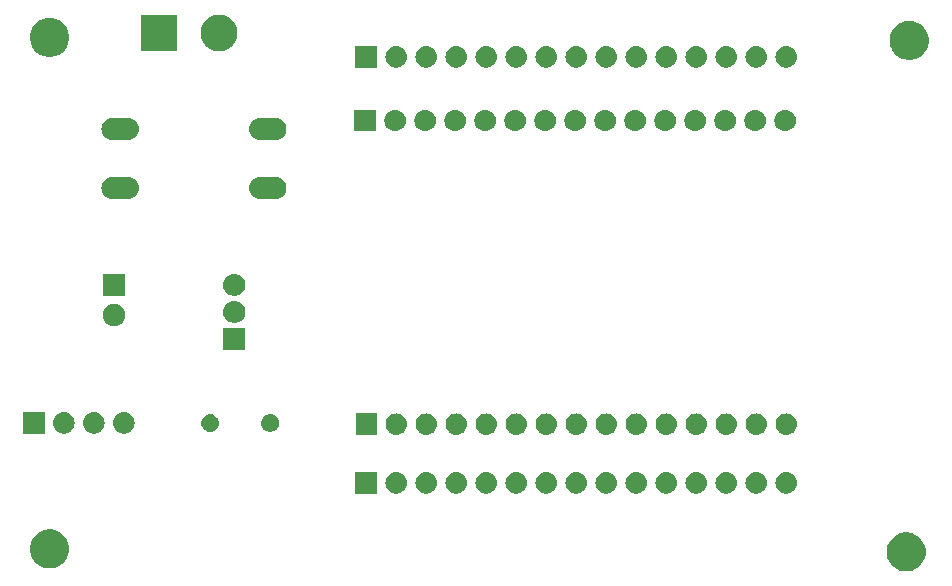
<source format=gbr>
G04 #@! TF.GenerationSoftware,KiCad,Pcbnew,(5.1.2)-1*
G04 #@! TF.CreationDate,2019-06-12T21:15:56+03:00*
G04 #@! TF.ProjectId,esp32-ac-board,65737033-322d-4616-932d-626f6172642e,rev?*
G04 #@! TF.SameCoordinates,Original*
G04 #@! TF.FileFunction,Soldermask,Bot*
G04 #@! TF.FilePolarity,Negative*
%FSLAX46Y46*%
G04 Gerber Fmt 4.6, Leading zero omitted, Abs format (unit mm)*
G04 Created by KiCad (PCBNEW (5.1.2)-1) date 2019-06-12 21:15:56*
%MOMM*%
%LPD*%
G04 APERTURE LIST*
%ADD10C,0.100000*%
G04 APERTURE END LIST*
D10*
G36*
X199511256Y-113961298D02*
G01*
X199617579Y-113982447D01*
X199918042Y-114106903D01*
X200188451Y-114287585D01*
X200418415Y-114517549D01*
X200599097Y-114787958D01*
X200723553Y-115088421D01*
X200787000Y-115407391D01*
X200787000Y-115732609D01*
X200723553Y-116051579D01*
X200599097Y-116352042D01*
X200418415Y-116622451D01*
X200188451Y-116852415D01*
X199918042Y-117033097D01*
X199617579Y-117157553D01*
X199511256Y-117178702D01*
X199298611Y-117221000D01*
X198973389Y-117221000D01*
X198760744Y-117178702D01*
X198654421Y-117157553D01*
X198353958Y-117033097D01*
X198083549Y-116852415D01*
X197853585Y-116622451D01*
X197672903Y-116352042D01*
X197548447Y-116051579D01*
X197485000Y-115732609D01*
X197485000Y-115407391D01*
X197548447Y-115088421D01*
X197672903Y-114787958D01*
X197853585Y-114517549D01*
X198083549Y-114287585D01*
X198353958Y-114106903D01*
X198654421Y-113982447D01*
X198760744Y-113961298D01*
X198973389Y-113919000D01*
X199298611Y-113919000D01*
X199511256Y-113961298D01*
X199511256Y-113961298D01*
G37*
G36*
X126994256Y-113707298D02*
G01*
X127100579Y-113728447D01*
X127401042Y-113852903D01*
X127671451Y-114033585D01*
X127901415Y-114263549D01*
X128082097Y-114533958D01*
X128206553Y-114834421D01*
X128270000Y-115153391D01*
X128270000Y-115478609D01*
X128206553Y-115797579D01*
X128082097Y-116098042D01*
X127901415Y-116368451D01*
X127671451Y-116598415D01*
X127401042Y-116779097D01*
X127100579Y-116903553D01*
X126994256Y-116924702D01*
X126781611Y-116967000D01*
X126456389Y-116967000D01*
X126243744Y-116924702D01*
X126137421Y-116903553D01*
X125836958Y-116779097D01*
X125566549Y-116598415D01*
X125336585Y-116368451D01*
X125155903Y-116098042D01*
X125031447Y-115797579D01*
X124968000Y-115478609D01*
X124968000Y-115153391D01*
X125031447Y-114834421D01*
X125155903Y-114533958D01*
X125336585Y-114263549D01*
X125566549Y-114033585D01*
X125836958Y-113852903D01*
X126137421Y-113728447D01*
X126243744Y-113707298D01*
X126456389Y-113665000D01*
X126781611Y-113665000D01*
X126994256Y-113707298D01*
X126994256Y-113707298D01*
G37*
G36*
X156066443Y-108833519D02*
G01*
X156132627Y-108840037D01*
X156302466Y-108891557D01*
X156458991Y-108975222D01*
X156494729Y-109004552D01*
X156596186Y-109087814D01*
X156679448Y-109189271D01*
X156708778Y-109225009D01*
X156792443Y-109381534D01*
X156843963Y-109551373D01*
X156861359Y-109728000D01*
X156843963Y-109904627D01*
X156792443Y-110074466D01*
X156708778Y-110230991D01*
X156679448Y-110266729D01*
X156596186Y-110368186D01*
X156494729Y-110451448D01*
X156458991Y-110480778D01*
X156302466Y-110564443D01*
X156132627Y-110615963D01*
X156066442Y-110622482D01*
X156000260Y-110629000D01*
X155911740Y-110629000D01*
X155845558Y-110622482D01*
X155779373Y-110615963D01*
X155609534Y-110564443D01*
X155453009Y-110480778D01*
X155417271Y-110451448D01*
X155315814Y-110368186D01*
X155232552Y-110266729D01*
X155203222Y-110230991D01*
X155119557Y-110074466D01*
X155068037Y-109904627D01*
X155050641Y-109728000D01*
X155068037Y-109551373D01*
X155119557Y-109381534D01*
X155203222Y-109225009D01*
X155232552Y-109189271D01*
X155315814Y-109087814D01*
X155417271Y-109004552D01*
X155453009Y-108975222D01*
X155609534Y-108891557D01*
X155779373Y-108840037D01*
X155845557Y-108833519D01*
X155911740Y-108827000D01*
X156000260Y-108827000D01*
X156066443Y-108833519D01*
X156066443Y-108833519D01*
G37*
G36*
X154317000Y-110629000D02*
G01*
X152515000Y-110629000D01*
X152515000Y-108827000D01*
X154317000Y-108827000D01*
X154317000Y-110629000D01*
X154317000Y-110629000D01*
G37*
G36*
X189086443Y-108833519D02*
G01*
X189152627Y-108840037D01*
X189322466Y-108891557D01*
X189478991Y-108975222D01*
X189514729Y-109004552D01*
X189616186Y-109087814D01*
X189699448Y-109189271D01*
X189728778Y-109225009D01*
X189812443Y-109381534D01*
X189863963Y-109551373D01*
X189881359Y-109728000D01*
X189863963Y-109904627D01*
X189812443Y-110074466D01*
X189728778Y-110230991D01*
X189699448Y-110266729D01*
X189616186Y-110368186D01*
X189514729Y-110451448D01*
X189478991Y-110480778D01*
X189322466Y-110564443D01*
X189152627Y-110615963D01*
X189086442Y-110622482D01*
X189020260Y-110629000D01*
X188931740Y-110629000D01*
X188865558Y-110622482D01*
X188799373Y-110615963D01*
X188629534Y-110564443D01*
X188473009Y-110480778D01*
X188437271Y-110451448D01*
X188335814Y-110368186D01*
X188252552Y-110266729D01*
X188223222Y-110230991D01*
X188139557Y-110074466D01*
X188088037Y-109904627D01*
X188070641Y-109728000D01*
X188088037Y-109551373D01*
X188139557Y-109381534D01*
X188223222Y-109225009D01*
X188252552Y-109189271D01*
X188335814Y-109087814D01*
X188437271Y-109004552D01*
X188473009Y-108975222D01*
X188629534Y-108891557D01*
X188799373Y-108840037D01*
X188865557Y-108833519D01*
X188931740Y-108827000D01*
X189020260Y-108827000D01*
X189086443Y-108833519D01*
X189086443Y-108833519D01*
G37*
G36*
X186546443Y-108833519D02*
G01*
X186612627Y-108840037D01*
X186782466Y-108891557D01*
X186938991Y-108975222D01*
X186974729Y-109004552D01*
X187076186Y-109087814D01*
X187159448Y-109189271D01*
X187188778Y-109225009D01*
X187272443Y-109381534D01*
X187323963Y-109551373D01*
X187341359Y-109728000D01*
X187323963Y-109904627D01*
X187272443Y-110074466D01*
X187188778Y-110230991D01*
X187159448Y-110266729D01*
X187076186Y-110368186D01*
X186974729Y-110451448D01*
X186938991Y-110480778D01*
X186782466Y-110564443D01*
X186612627Y-110615963D01*
X186546442Y-110622482D01*
X186480260Y-110629000D01*
X186391740Y-110629000D01*
X186325558Y-110622482D01*
X186259373Y-110615963D01*
X186089534Y-110564443D01*
X185933009Y-110480778D01*
X185897271Y-110451448D01*
X185795814Y-110368186D01*
X185712552Y-110266729D01*
X185683222Y-110230991D01*
X185599557Y-110074466D01*
X185548037Y-109904627D01*
X185530641Y-109728000D01*
X185548037Y-109551373D01*
X185599557Y-109381534D01*
X185683222Y-109225009D01*
X185712552Y-109189271D01*
X185795814Y-109087814D01*
X185897271Y-109004552D01*
X185933009Y-108975222D01*
X186089534Y-108891557D01*
X186259373Y-108840037D01*
X186325557Y-108833519D01*
X186391740Y-108827000D01*
X186480260Y-108827000D01*
X186546443Y-108833519D01*
X186546443Y-108833519D01*
G37*
G36*
X184006443Y-108833519D02*
G01*
X184072627Y-108840037D01*
X184242466Y-108891557D01*
X184398991Y-108975222D01*
X184434729Y-109004552D01*
X184536186Y-109087814D01*
X184619448Y-109189271D01*
X184648778Y-109225009D01*
X184732443Y-109381534D01*
X184783963Y-109551373D01*
X184801359Y-109728000D01*
X184783963Y-109904627D01*
X184732443Y-110074466D01*
X184648778Y-110230991D01*
X184619448Y-110266729D01*
X184536186Y-110368186D01*
X184434729Y-110451448D01*
X184398991Y-110480778D01*
X184242466Y-110564443D01*
X184072627Y-110615963D01*
X184006442Y-110622482D01*
X183940260Y-110629000D01*
X183851740Y-110629000D01*
X183785558Y-110622482D01*
X183719373Y-110615963D01*
X183549534Y-110564443D01*
X183393009Y-110480778D01*
X183357271Y-110451448D01*
X183255814Y-110368186D01*
X183172552Y-110266729D01*
X183143222Y-110230991D01*
X183059557Y-110074466D01*
X183008037Y-109904627D01*
X182990641Y-109728000D01*
X183008037Y-109551373D01*
X183059557Y-109381534D01*
X183143222Y-109225009D01*
X183172552Y-109189271D01*
X183255814Y-109087814D01*
X183357271Y-109004552D01*
X183393009Y-108975222D01*
X183549534Y-108891557D01*
X183719373Y-108840037D01*
X183785557Y-108833519D01*
X183851740Y-108827000D01*
X183940260Y-108827000D01*
X184006443Y-108833519D01*
X184006443Y-108833519D01*
G37*
G36*
X181466443Y-108833519D02*
G01*
X181532627Y-108840037D01*
X181702466Y-108891557D01*
X181858991Y-108975222D01*
X181894729Y-109004552D01*
X181996186Y-109087814D01*
X182079448Y-109189271D01*
X182108778Y-109225009D01*
X182192443Y-109381534D01*
X182243963Y-109551373D01*
X182261359Y-109728000D01*
X182243963Y-109904627D01*
X182192443Y-110074466D01*
X182108778Y-110230991D01*
X182079448Y-110266729D01*
X181996186Y-110368186D01*
X181894729Y-110451448D01*
X181858991Y-110480778D01*
X181702466Y-110564443D01*
X181532627Y-110615963D01*
X181466442Y-110622482D01*
X181400260Y-110629000D01*
X181311740Y-110629000D01*
X181245558Y-110622482D01*
X181179373Y-110615963D01*
X181009534Y-110564443D01*
X180853009Y-110480778D01*
X180817271Y-110451448D01*
X180715814Y-110368186D01*
X180632552Y-110266729D01*
X180603222Y-110230991D01*
X180519557Y-110074466D01*
X180468037Y-109904627D01*
X180450641Y-109728000D01*
X180468037Y-109551373D01*
X180519557Y-109381534D01*
X180603222Y-109225009D01*
X180632552Y-109189271D01*
X180715814Y-109087814D01*
X180817271Y-109004552D01*
X180853009Y-108975222D01*
X181009534Y-108891557D01*
X181179373Y-108840037D01*
X181245557Y-108833519D01*
X181311740Y-108827000D01*
X181400260Y-108827000D01*
X181466443Y-108833519D01*
X181466443Y-108833519D01*
G37*
G36*
X178926443Y-108833519D02*
G01*
X178992627Y-108840037D01*
X179162466Y-108891557D01*
X179318991Y-108975222D01*
X179354729Y-109004552D01*
X179456186Y-109087814D01*
X179539448Y-109189271D01*
X179568778Y-109225009D01*
X179652443Y-109381534D01*
X179703963Y-109551373D01*
X179721359Y-109728000D01*
X179703963Y-109904627D01*
X179652443Y-110074466D01*
X179568778Y-110230991D01*
X179539448Y-110266729D01*
X179456186Y-110368186D01*
X179354729Y-110451448D01*
X179318991Y-110480778D01*
X179162466Y-110564443D01*
X178992627Y-110615963D01*
X178926442Y-110622482D01*
X178860260Y-110629000D01*
X178771740Y-110629000D01*
X178705558Y-110622482D01*
X178639373Y-110615963D01*
X178469534Y-110564443D01*
X178313009Y-110480778D01*
X178277271Y-110451448D01*
X178175814Y-110368186D01*
X178092552Y-110266729D01*
X178063222Y-110230991D01*
X177979557Y-110074466D01*
X177928037Y-109904627D01*
X177910641Y-109728000D01*
X177928037Y-109551373D01*
X177979557Y-109381534D01*
X178063222Y-109225009D01*
X178092552Y-109189271D01*
X178175814Y-109087814D01*
X178277271Y-109004552D01*
X178313009Y-108975222D01*
X178469534Y-108891557D01*
X178639373Y-108840037D01*
X178705557Y-108833519D01*
X178771740Y-108827000D01*
X178860260Y-108827000D01*
X178926443Y-108833519D01*
X178926443Y-108833519D01*
G37*
G36*
X176386443Y-108833519D02*
G01*
X176452627Y-108840037D01*
X176622466Y-108891557D01*
X176778991Y-108975222D01*
X176814729Y-109004552D01*
X176916186Y-109087814D01*
X176999448Y-109189271D01*
X177028778Y-109225009D01*
X177112443Y-109381534D01*
X177163963Y-109551373D01*
X177181359Y-109728000D01*
X177163963Y-109904627D01*
X177112443Y-110074466D01*
X177028778Y-110230991D01*
X176999448Y-110266729D01*
X176916186Y-110368186D01*
X176814729Y-110451448D01*
X176778991Y-110480778D01*
X176622466Y-110564443D01*
X176452627Y-110615963D01*
X176386442Y-110622482D01*
X176320260Y-110629000D01*
X176231740Y-110629000D01*
X176165558Y-110622482D01*
X176099373Y-110615963D01*
X175929534Y-110564443D01*
X175773009Y-110480778D01*
X175737271Y-110451448D01*
X175635814Y-110368186D01*
X175552552Y-110266729D01*
X175523222Y-110230991D01*
X175439557Y-110074466D01*
X175388037Y-109904627D01*
X175370641Y-109728000D01*
X175388037Y-109551373D01*
X175439557Y-109381534D01*
X175523222Y-109225009D01*
X175552552Y-109189271D01*
X175635814Y-109087814D01*
X175737271Y-109004552D01*
X175773009Y-108975222D01*
X175929534Y-108891557D01*
X176099373Y-108840037D01*
X176165557Y-108833519D01*
X176231740Y-108827000D01*
X176320260Y-108827000D01*
X176386443Y-108833519D01*
X176386443Y-108833519D01*
G37*
G36*
X173846443Y-108833519D02*
G01*
X173912627Y-108840037D01*
X174082466Y-108891557D01*
X174238991Y-108975222D01*
X174274729Y-109004552D01*
X174376186Y-109087814D01*
X174459448Y-109189271D01*
X174488778Y-109225009D01*
X174572443Y-109381534D01*
X174623963Y-109551373D01*
X174641359Y-109728000D01*
X174623963Y-109904627D01*
X174572443Y-110074466D01*
X174488778Y-110230991D01*
X174459448Y-110266729D01*
X174376186Y-110368186D01*
X174274729Y-110451448D01*
X174238991Y-110480778D01*
X174082466Y-110564443D01*
X173912627Y-110615963D01*
X173846442Y-110622482D01*
X173780260Y-110629000D01*
X173691740Y-110629000D01*
X173625558Y-110622482D01*
X173559373Y-110615963D01*
X173389534Y-110564443D01*
X173233009Y-110480778D01*
X173197271Y-110451448D01*
X173095814Y-110368186D01*
X173012552Y-110266729D01*
X172983222Y-110230991D01*
X172899557Y-110074466D01*
X172848037Y-109904627D01*
X172830641Y-109728000D01*
X172848037Y-109551373D01*
X172899557Y-109381534D01*
X172983222Y-109225009D01*
X173012552Y-109189271D01*
X173095814Y-109087814D01*
X173197271Y-109004552D01*
X173233009Y-108975222D01*
X173389534Y-108891557D01*
X173559373Y-108840037D01*
X173625557Y-108833519D01*
X173691740Y-108827000D01*
X173780260Y-108827000D01*
X173846443Y-108833519D01*
X173846443Y-108833519D01*
G37*
G36*
X171306443Y-108833519D02*
G01*
X171372627Y-108840037D01*
X171542466Y-108891557D01*
X171698991Y-108975222D01*
X171734729Y-109004552D01*
X171836186Y-109087814D01*
X171919448Y-109189271D01*
X171948778Y-109225009D01*
X172032443Y-109381534D01*
X172083963Y-109551373D01*
X172101359Y-109728000D01*
X172083963Y-109904627D01*
X172032443Y-110074466D01*
X171948778Y-110230991D01*
X171919448Y-110266729D01*
X171836186Y-110368186D01*
X171734729Y-110451448D01*
X171698991Y-110480778D01*
X171542466Y-110564443D01*
X171372627Y-110615963D01*
X171306442Y-110622482D01*
X171240260Y-110629000D01*
X171151740Y-110629000D01*
X171085558Y-110622482D01*
X171019373Y-110615963D01*
X170849534Y-110564443D01*
X170693009Y-110480778D01*
X170657271Y-110451448D01*
X170555814Y-110368186D01*
X170472552Y-110266729D01*
X170443222Y-110230991D01*
X170359557Y-110074466D01*
X170308037Y-109904627D01*
X170290641Y-109728000D01*
X170308037Y-109551373D01*
X170359557Y-109381534D01*
X170443222Y-109225009D01*
X170472552Y-109189271D01*
X170555814Y-109087814D01*
X170657271Y-109004552D01*
X170693009Y-108975222D01*
X170849534Y-108891557D01*
X171019373Y-108840037D01*
X171085557Y-108833519D01*
X171151740Y-108827000D01*
X171240260Y-108827000D01*
X171306443Y-108833519D01*
X171306443Y-108833519D01*
G37*
G36*
X168766443Y-108833519D02*
G01*
X168832627Y-108840037D01*
X169002466Y-108891557D01*
X169158991Y-108975222D01*
X169194729Y-109004552D01*
X169296186Y-109087814D01*
X169379448Y-109189271D01*
X169408778Y-109225009D01*
X169492443Y-109381534D01*
X169543963Y-109551373D01*
X169561359Y-109728000D01*
X169543963Y-109904627D01*
X169492443Y-110074466D01*
X169408778Y-110230991D01*
X169379448Y-110266729D01*
X169296186Y-110368186D01*
X169194729Y-110451448D01*
X169158991Y-110480778D01*
X169002466Y-110564443D01*
X168832627Y-110615963D01*
X168766442Y-110622482D01*
X168700260Y-110629000D01*
X168611740Y-110629000D01*
X168545558Y-110622482D01*
X168479373Y-110615963D01*
X168309534Y-110564443D01*
X168153009Y-110480778D01*
X168117271Y-110451448D01*
X168015814Y-110368186D01*
X167932552Y-110266729D01*
X167903222Y-110230991D01*
X167819557Y-110074466D01*
X167768037Y-109904627D01*
X167750641Y-109728000D01*
X167768037Y-109551373D01*
X167819557Y-109381534D01*
X167903222Y-109225009D01*
X167932552Y-109189271D01*
X168015814Y-109087814D01*
X168117271Y-109004552D01*
X168153009Y-108975222D01*
X168309534Y-108891557D01*
X168479373Y-108840037D01*
X168545557Y-108833519D01*
X168611740Y-108827000D01*
X168700260Y-108827000D01*
X168766443Y-108833519D01*
X168766443Y-108833519D01*
G37*
G36*
X166226443Y-108833519D02*
G01*
X166292627Y-108840037D01*
X166462466Y-108891557D01*
X166618991Y-108975222D01*
X166654729Y-109004552D01*
X166756186Y-109087814D01*
X166839448Y-109189271D01*
X166868778Y-109225009D01*
X166952443Y-109381534D01*
X167003963Y-109551373D01*
X167021359Y-109728000D01*
X167003963Y-109904627D01*
X166952443Y-110074466D01*
X166868778Y-110230991D01*
X166839448Y-110266729D01*
X166756186Y-110368186D01*
X166654729Y-110451448D01*
X166618991Y-110480778D01*
X166462466Y-110564443D01*
X166292627Y-110615963D01*
X166226442Y-110622482D01*
X166160260Y-110629000D01*
X166071740Y-110629000D01*
X166005558Y-110622482D01*
X165939373Y-110615963D01*
X165769534Y-110564443D01*
X165613009Y-110480778D01*
X165577271Y-110451448D01*
X165475814Y-110368186D01*
X165392552Y-110266729D01*
X165363222Y-110230991D01*
X165279557Y-110074466D01*
X165228037Y-109904627D01*
X165210641Y-109728000D01*
X165228037Y-109551373D01*
X165279557Y-109381534D01*
X165363222Y-109225009D01*
X165392552Y-109189271D01*
X165475814Y-109087814D01*
X165577271Y-109004552D01*
X165613009Y-108975222D01*
X165769534Y-108891557D01*
X165939373Y-108840037D01*
X166005557Y-108833519D01*
X166071740Y-108827000D01*
X166160260Y-108827000D01*
X166226443Y-108833519D01*
X166226443Y-108833519D01*
G37*
G36*
X163686443Y-108833519D02*
G01*
X163752627Y-108840037D01*
X163922466Y-108891557D01*
X164078991Y-108975222D01*
X164114729Y-109004552D01*
X164216186Y-109087814D01*
X164299448Y-109189271D01*
X164328778Y-109225009D01*
X164412443Y-109381534D01*
X164463963Y-109551373D01*
X164481359Y-109728000D01*
X164463963Y-109904627D01*
X164412443Y-110074466D01*
X164328778Y-110230991D01*
X164299448Y-110266729D01*
X164216186Y-110368186D01*
X164114729Y-110451448D01*
X164078991Y-110480778D01*
X163922466Y-110564443D01*
X163752627Y-110615963D01*
X163686442Y-110622482D01*
X163620260Y-110629000D01*
X163531740Y-110629000D01*
X163465558Y-110622482D01*
X163399373Y-110615963D01*
X163229534Y-110564443D01*
X163073009Y-110480778D01*
X163037271Y-110451448D01*
X162935814Y-110368186D01*
X162852552Y-110266729D01*
X162823222Y-110230991D01*
X162739557Y-110074466D01*
X162688037Y-109904627D01*
X162670641Y-109728000D01*
X162688037Y-109551373D01*
X162739557Y-109381534D01*
X162823222Y-109225009D01*
X162852552Y-109189271D01*
X162935814Y-109087814D01*
X163037271Y-109004552D01*
X163073009Y-108975222D01*
X163229534Y-108891557D01*
X163399373Y-108840037D01*
X163465557Y-108833519D01*
X163531740Y-108827000D01*
X163620260Y-108827000D01*
X163686443Y-108833519D01*
X163686443Y-108833519D01*
G37*
G36*
X161146443Y-108833519D02*
G01*
X161212627Y-108840037D01*
X161382466Y-108891557D01*
X161538991Y-108975222D01*
X161574729Y-109004552D01*
X161676186Y-109087814D01*
X161759448Y-109189271D01*
X161788778Y-109225009D01*
X161872443Y-109381534D01*
X161923963Y-109551373D01*
X161941359Y-109728000D01*
X161923963Y-109904627D01*
X161872443Y-110074466D01*
X161788778Y-110230991D01*
X161759448Y-110266729D01*
X161676186Y-110368186D01*
X161574729Y-110451448D01*
X161538991Y-110480778D01*
X161382466Y-110564443D01*
X161212627Y-110615963D01*
X161146442Y-110622482D01*
X161080260Y-110629000D01*
X160991740Y-110629000D01*
X160925558Y-110622482D01*
X160859373Y-110615963D01*
X160689534Y-110564443D01*
X160533009Y-110480778D01*
X160497271Y-110451448D01*
X160395814Y-110368186D01*
X160312552Y-110266729D01*
X160283222Y-110230991D01*
X160199557Y-110074466D01*
X160148037Y-109904627D01*
X160130641Y-109728000D01*
X160148037Y-109551373D01*
X160199557Y-109381534D01*
X160283222Y-109225009D01*
X160312552Y-109189271D01*
X160395814Y-109087814D01*
X160497271Y-109004552D01*
X160533009Y-108975222D01*
X160689534Y-108891557D01*
X160859373Y-108840037D01*
X160925557Y-108833519D01*
X160991740Y-108827000D01*
X161080260Y-108827000D01*
X161146443Y-108833519D01*
X161146443Y-108833519D01*
G37*
G36*
X158606443Y-108833519D02*
G01*
X158672627Y-108840037D01*
X158842466Y-108891557D01*
X158998991Y-108975222D01*
X159034729Y-109004552D01*
X159136186Y-109087814D01*
X159219448Y-109189271D01*
X159248778Y-109225009D01*
X159332443Y-109381534D01*
X159383963Y-109551373D01*
X159401359Y-109728000D01*
X159383963Y-109904627D01*
X159332443Y-110074466D01*
X159248778Y-110230991D01*
X159219448Y-110266729D01*
X159136186Y-110368186D01*
X159034729Y-110451448D01*
X158998991Y-110480778D01*
X158842466Y-110564443D01*
X158672627Y-110615963D01*
X158606442Y-110622482D01*
X158540260Y-110629000D01*
X158451740Y-110629000D01*
X158385558Y-110622482D01*
X158319373Y-110615963D01*
X158149534Y-110564443D01*
X157993009Y-110480778D01*
X157957271Y-110451448D01*
X157855814Y-110368186D01*
X157772552Y-110266729D01*
X157743222Y-110230991D01*
X157659557Y-110074466D01*
X157608037Y-109904627D01*
X157590641Y-109728000D01*
X157608037Y-109551373D01*
X157659557Y-109381534D01*
X157743222Y-109225009D01*
X157772552Y-109189271D01*
X157855814Y-109087814D01*
X157957271Y-109004552D01*
X157993009Y-108975222D01*
X158149534Y-108891557D01*
X158319373Y-108840037D01*
X158385557Y-108833519D01*
X158451740Y-108827000D01*
X158540260Y-108827000D01*
X158606443Y-108833519D01*
X158606443Y-108833519D01*
G37*
G36*
X154326000Y-105646000D02*
G01*
X152524000Y-105646000D01*
X152524000Y-103844000D01*
X154326000Y-103844000D01*
X154326000Y-105646000D01*
X154326000Y-105646000D01*
G37*
G36*
X156075442Y-103850518D02*
G01*
X156141627Y-103857037D01*
X156311466Y-103908557D01*
X156467991Y-103992222D01*
X156486991Y-104007815D01*
X156605186Y-104104814D01*
X156658080Y-104169267D01*
X156717778Y-104242009D01*
X156801443Y-104398534D01*
X156852963Y-104568373D01*
X156870359Y-104745000D01*
X156852963Y-104921627D01*
X156801443Y-105091466D01*
X156717778Y-105247991D01*
X156695239Y-105275455D01*
X156605186Y-105385186D01*
X156503729Y-105468448D01*
X156467991Y-105497778D01*
X156311466Y-105581443D01*
X156141627Y-105632963D01*
X156075442Y-105639482D01*
X156009260Y-105646000D01*
X155920740Y-105646000D01*
X155854558Y-105639482D01*
X155788373Y-105632963D01*
X155618534Y-105581443D01*
X155462009Y-105497778D01*
X155426271Y-105468448D01*
X155324814Y-105385186D01*
X155234761Y-105275455D01*
X155212222Y-105247991D01*
X155128557Y-105091466D01*
X155077037Y-104921627D01*
X155059641Y-104745000D01*
X155077037Y-104568373D01*
X155128557Y-104398534D01*
X155212222Y-104242009D01*
X155271920Y-104169267D01*
X155324814Y-104104814D01*
X155443009Y-104007815D01*
X155462009Y-103992222D01*
X155618534Y-103908557D01*
X155788373Y-103857037D01*
X155854558Y-103850518D01*
X155920740Y-103844000D01*
X156009260Y-103844000D01*
X156075442Y-103850518D01*
X156075442Y-103850518D01*
G37*
G36*
X158615442Y-103850518D02*
G01*
X158681627Y-103857037D01*
X158851466Y-103908557D01*
X159007991Y-103992222D01*
X159026991Y-104007815D01*
X159145186Y-104104814D01*
X159198080Y-104169267D01*
X159257778Y-104242009D01*
X159341443Y-104398534D01*
X159392963Y-104568373D01*
X159410359Y-104745000D01*
X159392963Y-104921627D01*
X159341443Y-105091466D01*
X159257778Y-105247991D01*
X159235239Y-105275455D01*
X159145186Y-105385186D01*
X159043729Y-105468448D01*
X159007991Y-105497778D01*
X158851466Y-105581443D01*
X158681627Y-105632963D01*
X158615442Y-105639482D01*
X158549260Y-105646000D01*
X158460740Y-105646000D01*
X158394558Y-105639482D01*
X158328373Y-105632963D01*
X158158534Y-105581443D01*
X158002009Y-105497778D01*
X157966271Y-105468448D01*
X157864814Y-105385186D01*
X157774761Y-105275455D01*
X157752222Y-105247991D01*
X157668557Y-105091466D01*
X157617037Y-104921627D01*
X157599641Y-104745000D01*
X157617037Y-104568373D01*
X157668557Y-104398534D01*
X157752222Y-104242009D01*
X157811920Y-104169267D01*
X157864814Y-104104814D01*
X157983009Y-104007815D01*
X158002009Y-103992222D01*
X158158534Y-103908557D01*
X158328373Y-103857037D01*
X158394558Y-103850518D01*
X158460740Y-103844000D01*
X158549260Y-103844000D01*
X158615442Y-103850518D01*
X158615442Y-103850518D01*
G37*
G36*
X161155442Y-103850518D02*
G01*
X161221627Y-103857037D01*
X161391466Y-103908557D01*
X161547991Y-103992222D01*
X161566991Y-104007815D01*
X161685186Y-104104814D01*
X161738080Y-104169267D01*
X161797778Y-104242009D01*
X161881443Y-104398534D01*
X161932963Y-104568373D01*
X161950359Y-104745000D01*
X161932963Y-104921627D01*
X161881443Y-105091466D01*
X161797778Y-105247991D01*
X161775239Y-105275455D01*
X161685186Y-105385186D01*
X161583729Y-105468448D01*
X161547991Y-105497778D01*
X161391466Y-105581443D01*
X161221627Y-105632963D01*
X161155442Y-105639482D01*
X161089260Y-105646000D01*
X161000740Y-105646000D01*
X160934558Y-105639482D01*
X160868373Y-105632963D01*
X160698534Y-105581443D01*
X160542009Y-105497778D01*
X160506271Y-105468448D01*
X160404814Y-105385186D01*
X160314761Y-105275455D01*
X160292222Y-105247991D01*
X160208557Y-105091466D01*
X160157037Y-104921627D01*
X160139641Y-104745000D01*
X160157037Y-104568373D01*
X160208557Y-104398534D01*
X160292222Y-104242009D01*
X160351920Y-104169267D01*
X160404814Y-104104814D01*
X160523009Y-104007815D01*
X160542009Y-103992222D01*
X160698534Y-103908557D01*
X160868373Y-103857037D01*
X160934558Y-103850518D01*
X161000740Y-103844000D01*
X161089260Y-103844000D01*
X161155442Y-103850518D01*
X161155442Y-103850518D01*
G37*
G36*
X176395442Y-103850518D02*
G01*
X176461627Y-103857037D01*
X176631466Y-103908557D01*
X176787991Y-103992222D01*
X176806991Y-104007815D01*
X176925186Y-104104814D01*
X176978080Y-104169267D01*
X177037778Y-104242009D01*
X177121443Y-104398534D01*
X177172963Y-104568373D01*
X177190359Y-104745000D01*
X177172963Y-104921627D01*
X177121443Y-105091466D01*
X177037778Y-105247991D01*
X177015239Y-105275455D01*
X176925186Y-105385186D01*
X176823729Y-105468448D01*
X176787991Y-105497778D01*
X176631466Y-105581443D01*
X176461627Y-105632963D01*
X176395442Y-105639482D01*
X176329260Y-105646000D01*
X176240740Y-105646000D01*
X176174558Y-105639482D01*
X176108373Y-105632963D01*
X175938534Y-105581443D01*
X175782009Y-105497778D01*
X175746271Y-105468448D01*
X175644814Y-105385186D01*
X175554761Y-105275455D01*
X175532222Y-105247991D01*
X175448557Y-105091466D01*
X175397037Y-104921627D01*
X175379641Y-104745000D01*
X175397037Y-104568373D01*
X175448557Y-104398534D01*
X175532222Y-104242009D01*
X175591920Y-104169267D01*
X175644814Y-104104814D01*
X175763009Y-104007815D01*
X175782009Y-103992222D01*
X175938534Y-103908557D01*
X176108373Y-103857037D01*
X176174558Y-103850518D01*
X176240740Y-103844000D01*
X176329260Y-103844000D01*
X176395442Y-103850518D01*
X176395442Y-103850518D01*
G37*
G36*
X166235442Y-103850518D02*
G01*
X166301627Y-103857037D01*
X166471466Y-103908557D01*
X166627991Y-103992222D01*
X166646991Y-104007815D01*
X166765186Y-104104814D01*
X166818080Y-104169267D01*
X166877778Y-104242009D01*
X166961443Y-104398534D01*
X167012963Y-104568373D01*
X167030359Y-104745000D01*
X167012963Y-104921627D01*
X166961443Y-105091466D01*
X166877778Y-105247991D01*
X166855239Y-105275455D01*
X166765186Y-105385186D01*
X166663729Y-105468448D01*
X166627991Y-105497778D01*
X166471466Y-105581443D01*
X166301627Y-105632963D01*
X166235442Y-105639482D01*
X166169260Y-105646000D01*
X166080740Y-105646000D01*
X166014558Y-105639482D01*
X165948373Y-105632963D01*
X165778534Y-105581443D01*
X165622009Y-105497778D01*
X165586271Y-105468448D01*
X165484814Y-105385186D01*
X165394761Y-105275455D01*
X165372222Y-105247991D01*
X165288557Y-105091466D01*
X165237037Y-104921627D01*
X165219641Y-104745000D01*
X165237037Y-104568373D01*
X165288557Y-104398534D01*
X165372222Y-104242009D01*
X165431920Y-104169267D01*
X165484814Y-104104814D01*
X165603009Y-104007815D01*
X165622009Y-103992222D01*
X165778534Y-103908557D01*
X165948373Y-103857037D01*
X166014558Y-103850518D01*
X166080740Y-103844000D01*
X166169260Y-103844000D01*
X166235442Y-103850518D01*
X166235442Y-103850518D01*
G37*
G36*
X189095442Y-103850518D02*
G01*
X189161627Y-103857037D01*
X189331466Y-103908557D01*
X189487991Y-103992222D01*
X189506991Y-104007815D01*
X189625186Y-104104814D01*
X189678080Y-104169267D01*
X189737778Y-104242009D01*
X189821443Y-104398534D01*
X189872963Y-104568373D01*
X189890359Y-104745000D01*
X189872963Y-104921627D01*
X189821443Y-105091466D01*
X189737778Y-105247991D01*
X189715239Y-105275455D01*
X189625186Y-105385186D01*
X189523729Y-105468448D01*
X189487991Y-105497778D01*
X189331466Y-105581443D01*
X189161627Y-105632963D01*
X189095442Y-105639482D01*
X189029260Y-105646000D01*
X188940740Y-105646000D01*
X188874558Y-105639482D01*
X188808373Y-105632963D01*
X188638534Y-105581443D01*
X188482009Y-105497778D01*
X188446271Y-105468448D01*
X188344814Y-105385186D01*
X188254761Y-105275455D01*
X188232222Y-105247991D01*
X188148557Y-105091466D01*
X188097037Y-104921627D01*
X188079641Y-104745000D01*
X188097037Y-104568373D01*
X188148557Y-104398534D01*
X188232222Y-104242009D01*
X188291920Y-104169267D01*
X188344814Y-104104814D01*
X188463009Y-104007815D01*
X188482009Y-103992222D01*
X188638534Y-103908557D01*
X188808373Y-103857037D01*
X188874558Y-103850518D01*
X188940740Y-103844000D01*
X189029260Y-103844000D01*
X189095442Y-103850518D01*
X189095442Y-103850518D01*
G37*
G36*
X186555442Y-103850518D02*
G01*
X186621627Y-103857037D01*
X186791466Y-103908557D01*
X186947991Y-103992222D01*
X186966991Y-104007815D01*
X187085186Y-104104814D01*
X187138080Y-104169267D01*
X187197778Y-104242009D01*
X187281443Y-104398534D01*
X187332963Y-104568373D01*
X187350359Y-104745000D01*
X187332963Y-104921627D01*
X187281443Y-105091466D01*
X187197778Y-105247991D01*
X187175239Y-105275455D01*
X187085186Y-105385186D01*
X186983729Y-105468448D01*
X186947991Y-105497778D01*
X186791466Y-105581443D01*
X186621627Y-105632963D01*
X186555442Y-105639482D01*
X186489260Y-105646000D01*
X186400740Y-105646000D01*
X186334558Y-105639482D01*
X186268373Y-105632963D01*
X186098534Y-105581443D01*
X185942009Y-105497778D01*
X185906271Y-105468448D01*
X185804814Y-105385186D01*
X185714761Y-105275455D01*
X185692222Y-105247991D01*
X185608557Y-105091466D01*
X185557037Y-104921627D01*
X185539641Y-104745000D01*
X185557037Y-104568373D01*
X185608557Y-104398534D01*
X185692222Y-104242009D01*
X185751920Y-104169267D01*
X185804814Y-104104814D01*
X185923009Y-104007815D01*
X185942009Y-103992222D01*
X186098534Y-103908557D01*
X186268373Y-103857037D01*
X186334558Y-103850518D01*
X186400740Y-103844000D01*
X186489260Y-103844000D01*
X186555442Y-103850518D01*
X186555442Y-103850518D01*
G37*
G36*
X184015442Y-103850518D02*
G01*
X184081627Y-103857037D01*
X184251466Y-103908557D01*
X184407991Y-103992222D01*
X184426991Y-104007815D01*
X184545186Y-104104814D01*
X184598080Y-104169267D01*
X184657778Y-104242009D01*
X184741443Y-104398534D01*
X184792963Y-104568373D01*
X184810359Y-104745000D01*
X184792963Y-104921627D01*
X184741443Y-105091466D01*
X184657778Y-105247991D01*
X184635239Y-105275455D01*
X184545186Y-105385186D01*
X184443729Y-105468448D01*
X184407991Y-105497778D01*
X184251466Y-105581443D01*
X184081627Y-105632963D01*
X184015442Y-105639482D01*
X183949260Y-105646000D01*
X183860740Y-105646000D01*
X183794558Y-105639482D01*
X183728373Y-105632963D01*
X183558534Y-105581443D01*
X183402009Y-105497778D01*
X183366271Y-105468448D01*
X183264814Y-105385186D01*
X183174761Y-105275455D01*
X183152222Y-105247991D01*
X183068557Y-105091466D01*
X183017037Y-104921627D01*
X182999641Y-104745000D01*
X183017037Y-104568373D01*
X183068557Y-104398534D01*
X183152222Y-104242009D01*
X183211920Y-104169267D01*
X183264814Y-104104814D01*
X183383009Y-104007815D01*
X183402009Y-103992222D01*
X183558534Y-103908557D01*
X183728373Y-103857037D01*
X183794558Y-103850518D01*
X183860740Y-103844000D01*
X183949260Y-103844000D01*
X184015442Y-103850518D01*
X184015442Y-103850518D01*
G37*
G36*
X181475442Y-103850518D02*
G01*
X181541627Y-103857037D01*
X181711466Y-103908557D01*
X181867991Y-103992222D01*
X181886991Y-104007815D01*
X182005186Y-104104814D01*
X182058080Y-104169267D01*
X182117778Y-104242009D01*
X182201443Y-104398534D01*
X182252963Y-104568373D01*
X182270359Y-104745000D01*
X182252963Y-104921627D01*
X182201443Y-105091466D01*
X182117778Y-105247991D01*
X182095239Y-105275455D01*
X182005186Y-105385186D01*
X181903729Y-105468448D01*
X181867991Y-105497778D01*
X181711466Y-105581443D01*
X181541627Y-105632963D01*
X181475442Y-105639482D01*
X181409260Y-105646000D01*
X181320740Y-105646000D01*
X181254558Y-105639482D01*
X181188373Y-105632963D01*
X181018534Y-105581443D01*
X180862009Y-105497778D01*
X180826271Y-105468448D01*
X180724814Y-105385186D01*
X180634761Y-105275455D01*
X180612222Y-105247991D01*
X180528557Y-105091466D01*
X180477037Y-104921627D01*
X180459641Y-104745000D01*
X180477037Y-104568373D01*
X180528557Y-104398534D01*
X180612222Y-104242009D01*
X180671920Y-104169267D01*
X180724814Y-104104814D01*
X180843009Y-104007815D01*
X180862009Y-103992222D01*
X181018534Y-103908557D01*
X181188373Y-103857037D01*
X181254558Y-103850518D01*
X181320740Y-103844000D01*
X181409260Y-103844000D01*
X181475442Y-103850518D01*
X181475442Y-103850518D01*
G37*
G36*
X178935442Y-103850518D02*
G01*
X179001627Y-103857037D01*
X179171466Y-103908557D01*
X179327991Y-103992222D01*
X179346991Y-104007815D01*
X179465186Y-104104814D01*
X179518080Y-104169267D01*
X179577778Y-104242009D01*
X179661443Y-104398534D01*
X179712963Y-104568373D01*
X179730359Y-104745000D01*
X179712963Y-104921627D01*
X179661443Y-105091466D01*
X179577778Y-105247991D01*
X179555239Y-105275455D01*
X179465186Y-105385186D01*
X179363729Y-105468448D01*
X179327991Y-105497778D01*
X179171466Y-105581443D01*
X179001627Y-105632963D01*
X178935442Y-105639482D01*
X178869260Y-105646000D01*
X178780740Y-105646000D01*
X178714558Y-105639482D01*
X178648373Y-105632963D01*
X178478534Y-105581443D01*
X178322009Y-105497778D01*
X178286271Y-105468448D01*
X178184814Y-105385186D01*
X178094761Y-105275455D01*
X178072222Y-105247991D01*
X177988557Y-105091466D01*
X177937037Y-104921627D01*
X177919641Y-104745000D01*
X177937037Y-104568373D01*
X177988557Y-104398534D01*
X178072222Y-104242009D01*
X178131920Y-104169267D01*
X178184814Y-104104814D01*
X178303009Y-104007815D01*
X178322009Y-103992222D01*
X178478534Y-103908557D01*
X178648373Y-103857037D01*
X178714558Y-103850518D01*
X178780740Y-103844000D01*
X178869260Y-103844000D01*
X178935442Y-103850518D01*
X178935442Y-103850518D01*
G37*
G36*
X173855442Y-103850518D02*
G01*
X173921627Y-103857037D01*
X174091466Y-103908557D01*
X174247991Y-103992222D01*
X174266991Y-104007815D01*
X174385186Y-104104814D01*
X174438080Y-104169267D01*
X174497778Y-104242009D01*
X174581443Y-104398534D01*
X174632963Y-104568373D01*
X174650359Y-104745000D01*
X174632963Y-104921627D01*
X174581443Y-105091466D01*
X174497778Y-105247991D01*
X174475239Y-105275455D01*
X174385186Y-105385186D01*
X174283729Y-105468448D01*
X174247991Y-105497778D01*
X174091466Y-105581443D01*
X173921627Y-105632963D01*
X173855442Y-105639482D01*
X173789260Y-105646000D01*
X173700740Y-105646000D01*
X173634558Y-105639482D01*
X173568373Y-105632963D01*
X173398534Y-105581443D01*
X173242009Y-105497778D01*
X173206271Y-105468448D01*
X173104814Y-105385186D01*
X173014761Y-105275455D01*
X172992222Y-105247991D01*
X172908557Y-105091466D01*
X172857037Y-104921627D01*
X172839641Y-104745000D01*
X172857037Y-104568373D01*
X172908557Y-104398534D01*
X172992222Y-104242009D01*
X173051920Y-104169267D01*
X173104814Y-104104814D01*
X173223009Y-104007815D01*
X173242009Y-103992222D01*
X173398534Y-103908557D01*
X173568373Y-103857037D01*
X173634558Y-103850518D01*
X173700740Y-103844000D01*
X173789260Y-103844000D01*
X173855442Y-103850518D01*
X173855442Y-103850518D01*
G37*
G36*
X163695442Y-103850518D02*
G01*
X163761627Y-103857037D01*
X163931466Y-103908557D01*
X164087991Y-103992222D01*
X164106991Y-104007815D01*
X164225186Y-104104814D01*
X164278080Y-104169267D01*
X164337778Y-104242009D01*
X164421443Y-104398534D01*
X164472963Y-104568373D01*
X164490359Y-104745000D01*
X164472963Y-104921627D01*
X164421443Y-105091466D01*
X164337778Y-105247991D01*
X164315239Y-105275455D01*
X164225186Y-105385186D01*
X164123729Y-105468448D01*
X164087991Y-105497778D01*
X163931466Y-105581443D01*
X163761627Y-105632963D01*
X163695442Y-105639482D01*
X163629260Y-105646000D01*
X163540740Y-105646000D01*
X163474558Y-105639482D01*
X163408373Y-105632963D01*
X163238534Y-105581443D01*
X163082009Y-105497778D01*
X163046271Y-105468448D01*
X162944814Y-105385186D01*
X162854761Y-105275455D01*
X162832222Y-105247991D01*
X162748557Y-105091466D01*
X162697037Y-104921627D01*
X162679641Y-104745000D01*
X162697037Y-104568373D01*
X162748557Y-104398534D01*
X162832222Y-104242009D01*
X162891920Y-104169267D01*
X162944814Y-104104814D01*
X163063009Y-104007815D01*
X163082009Y-103992222D01*
X163238534Y-103908557D01*
X163408373Y-103857037D01*
X163474558Y-103850518D01*
X163540740Y-103844000D01*
X163629260Y-103844000D01*
X163695442Y-103850518D01*
X163695442Y-103850518D01*
G37*
G36*
X171315442Y-103850518D02*
G01*
X171381627Y-103857037D01*
X171551466Y-103908557D01*
X171707991Y-103992222D01*
X171726991Y-104007815D01*
X171845186Y-104104814D01*
X171898080Y-104169267D01*
X171957778Y-104242009D01*
X172041443Y-104398534D01*
X172092963Y-104568373D01*
X172110359Y-104745000D01*
X172092963Y-104921627D01*
X172041443Y-105091466D01*
X171957778Y-105247991D01*
X171935239Y-105275455D01*
X171845186Y-105385186D01*
X171743729Y-105468448D01*
X171707991Y-105497778D01*
X171551466Y-105581443D01*
X171381627Y-105632963D01*
X171315442Y-105639482D01*
X171249260Y-105646000D01*
X171160740Y-105646000D01*
X171094558Y-105639482D01*
X171028373Y-105632963D01*
X170858534Y-105581443D01*
X170702009Y-105497778D01*
X170666271Y-105468448D01*
X170564814Y-105385186D01*
X170474761Y-105275455D01*
X170452222Y-105247991D01*
X170368557Y-105091466D01*
X170317037Y-104921627D01*
X170299641Y-104745000D01*
X170317037Y-104568373D01*
X170368557Y-104398534D01*
X170452222Y-104242009D01*
X170511920Y-104169267D01*
X170564814Y-104104814D01*
X170683009Y-104007815D01*
X170702009Y-103992222D01*
X170858534Y-103908557D01*
X171028373Y-103857037D01*
X171094558Y-103850518D01*
X171160740Y-103844000D01*
X171249260Y-103844000D01*
X171315442Y-103850518D01*
X171315442Y-103850518D01*
G37*
G36*
X168775442Y-103850518D02*
G01*
X168841627Y-103857037D01*
X169011466Y-103908557D01*
X169167991Y-103992222D01*
X169186991Y-104007815D01*
X169305186Y-104104814D01*
X169358080Y-104169267D01*
X169417778Y-104242009D01*
X169501443Y-104398534D01*
X169552963Y-104568373D01*
X169570359Y-104745000D01*
X169552963Y-104921627D01*
X169501443Y-105091466D01*
X169417778Y-105247991D01*
X169395239Y-105275455D01*
X169305186Y-105385186D01*
X169203729Y-105468448D01*
X169167991Y-105497778D01*
X169011466Y-105581443D01*
X168841627Y-105632963D01*
X168775442Y-105639482D01*
X168709260Y-105646000D01*
X168620740Y-105646000D01*
X168554558Y-105639482D01*
X168488373Y-105632963D01*
X168318534Y-105581443D01*
X168162009Y-105497778D01*
X168126271Y-105468448D01*
X168024814Y-105385186D01*
X167934761Y-105275455D01*
X167912222Y-105247991D01*
X167828557Y-105091466D01*
X167777037Y-104921627D01*
X167759641Y-104745000D01*
X167777037Y-104568373D01*
X167828557Y-104398534D01*
X167912222Y-104242009D01*
X167971920Y-104169267D01*
X168024814Y-104104814D01*
X168143009Y-104007815D01*
X168162009Y-103992222D01*
X168318534Y-103908557D01*
X168488373Y-103857037D01*
X168554558Y-103850518D01*
X168620740Y-103844000D01*
X168709260Y-103844000D01*
X168775442Y-103850518D01*
X168775442Y-103850518D01*
G37*
G36*
X127940442Y-103753518D02*
G01*
X128006627Y-103760037D01*
X128176466Y-103811557D01*
X128332991Y-103895222D01*
X128368729Y-103924552D01*
X128470186Y-104007814D01*
X128549791Y-104104814D01*
X128582778Y-104145009D01*
X128666443Y-104301534D01*
X128717963Y-104471373D01*
X128735359Y-104648000D01*
X128717963Y-104824627D01*
X128666443Y-104994466D01*
X128582778Y-105150991D01*
X128557653Y-105181606D01*
X128470186Y-105288186D01*
X128400725Y-105345190D01*
X128332991Y-105400778D01*
X128176466Y-105484443D01*
X128006627Y-105535963D01*
X127940442Y-105542482D01*
X127874260Y-105549000D01*
X127785740Y-105549000D01*
X127719558Y-105542482D01*
X127653373Y-105535963D01*
X127483534Y-105484443D01*
X127327009Y-105400778D01*
X127259275Y-105345190D01*
X127189814Y-105288186D01*
X127102347Y-105181606D01*
X127077222Y-105150991D01*
X126993557Y-104994466D01*
X126942037Y-104824627D01*
X126924641Y-104648000D01*
X126942037Y-104471373D01*
X126993557Y-104301534D01*
X127077222Y-104145009D01*
X127110209Y-104104814D01*
X127189814Y-104007814D01*
X127291271Y-103924552D01*
X127327009Y-103895222D01*
X127483534Y-103811557D01*
X127653373Y-103760037D01*
X127719558Y-103753518D01*
X127785740Y-103747000D01*
X127874260Y-103747000D01*
X127940442Y-103753518D01*
X127940442Y-103753518D01*
G37*
G36*
X133020442Y-103753518D02*
G01*
X133086627Y-103760037D01*
X133256466Y-103811557D01*
X133412991Y-103895222D01*
X133448729Y-103924552D01*
X133550186Y-104007814D01*
X133629791Y-104104814D01*
X133662778Y-104145009D01*
X133746443Y-104301534D01*
X133797963Y-104471373D01*
X133815359Y-104648000D01*
X133797963Y-104824627D01*
X133746443Y-104994466D01*
X133662778Y-105150991D01*
X133637653Y-105181606D01*
X133550186Y-105288186D01*
X133480725Y-105345190D01*
X133412991Y-105400778D01*
X133256466Y-105484443D01*
X133086627Y-105535963D01*
X133020442Y-105542482D01*
X132954260Y-105549000D01*
X132865740Y-105549000D01*
X132799558Y-105542482D01*
X132733373Y-105535963D01*
X132563534Y-105484443D01*
X132407009Y-105400778D01*
X132339275Y-105345190D01*
X132269814Y-105288186D01*
X132182347Y-105181606D01*
X132157222Y-105150991D01*
X132073557Y-104994466D01*
X132022037Y-104824627D01*
X132004641Y-104648000D01*
X132022037Y-104471373D01*
X132073557Y-104301534D01*
X132157222Y-104145009D01*
X132190209Y-104104814D01*
X132269814Y-104007814D01*
X132371271Y-103924552D01*
X132407009Y-103895222D01*
X132563534Y-103811557D01*
X132733373Y-103760037D01*
X132799558Y-103753518D01*
X132865740Y-103747000D01*
X132954260Y-103747000D01*
X133020442Y-103753518D01*
X133020442Y-103753518D01*
G37*
G36*
X130480442Y-103753518D02*
G01*
X130546627Y-103760037D01*
X130716466Y-103811557D01*
X130872991Y-103895222D01*
X130908729Y-103924552D01*
X131010186Y-104007814D01*
X131089791Y-104104814D01*
X131122778Y-104145009D01*
X131206443Y-104301534D01*
X131257963Y-104471373D01*
X131275359Y-104648000D01*
X131257963Y-104824627D01*
X131206443Y-104994466D01*
X131122778Y-105150991D01*
X131097653Y-105181606D01*
X131010186Y-105288186D01*
X130940725Y-105345190D01*
X130872991Y-105400778D01*
X130716466Y-105484443D01*
X130546627Y-105535963D01*
X130480442Y-105542482D01*
X130414260Y-105549000D01*
X130325740Y-105549000D01*
X130259558Y-105542482D01*
X130193373Y-105535963D01*
X130023534Y-105484443D01*
X129867009Y-105400778D01*
X129799275Y-105345190D01*
X129729814Y-105288186D01*
X129642347Y-105181606D01*
X129617222Y-105150991D01*
X129533557Y-104994466D01*
X129482037Y-104824627D01*
X129464641Y-104648000D01*
X129482037Y-104471373D01*
X129533557Y-104301534D01*
X129617222Y-104145009D01*
X129650209Y-104104814D01*
X129729814Y-104007814D01*
X129831271Y-103924552D01*
X129867009Y-103895222D01*
X130023534Y-103811557D01*
X130193373Y-103760037D01*
X130259558Y-103753518D01*
X130325740Y-103747000D01*
X130414260Y-103747000D01*
X130480442Y-103753518D01*
X130480442Y-103753518D01*
G37*
G36*
X126191000Y-105549000D02*
G01*
X124389000Y-105549000D01*
X124389000Y-103747000D01*
X126191000Y-103747000D01*
X126191000Y-105549000D01*
X126191000Y-105549000D01*
G37*
G36*
X145507059Y-103925860D02*
G01*
X145567294Y-103950810D01*
X145643732Y-103982472D01*
X145766735Y-104064660D01*
X145871340Y-104169265D01*
X145919946Y-104242009D01*
X145953529Y-104292270D01*
X146010140Y-104428941D01*
X146039000Y-104574032D01*
X146039000Y-104721968D01*
X146018580Y-104824627D01*
X146010140Y-104867059D01*
X145953528Y-105003732D01*
X145871340Y-105126735D01*
X145766735Y-105231340D01*
X145643732Y-105313528D01*
X145643731Y-105313529D01*
X145643730Y-105313529D01*
X145507059Y-105370140D01*
X145361968Y-105399000D01*
X145214032Y-105399000D01*
X145068941Y-105370140D01*
X144932270Y-105313529D01*
X144932269Y-105313529D01*
X144932268Y-105313528D01*
X144809265Y-105231340D01*
X144704660Y-105126735D01*
X144622472Y-105003732D01*
X144565860Y-104867059D01*
X144557420Y-104824627D01*
X144537000Y-104721968D01*
X144537000Y-104574032D01*
X144565860Y-104428941D01*
X144622471Y-104292270D01*
X144656054Y-104242009D01*
X144704660Y-104169265D01*
X144809265Y-104064660D01*
X144932268Y-103982472D01*
X145008707Y-103950810D01*
X145068941Y-103925860D01*
X145214032Y-103897000D01*
X145361968Y-103897000D01*
X145507059Y-103925860D01*
X145507059Y-103925860D01*
G37*
G36*
X140281665Y-103900622D02*
G01*
X140355222Y-103907867D01*
X140496786Y-103950810D01*
X140627252Y-104020546D01*
X140657040Y-104044992D01*
X140741607Y-104114393D01*
X140811008Y-104198960D01*
X140835454Y-104228748D01*
X140905190Y-104359214D01*
X140948133Y-104500778D01*
X140962633Y-104648000D01*
X140948133Y-104795222D01*
X140905190Y-104936786D01*
X140835454Y-105067252D01*
X140815582Y-105091466D01*
X140741607Y-105181607D01*
X140681004Y-105231341D01*
X140627252Y-105275454D01*
X140496786Y-105345190D01*
X140355222Y-105388133D01*
X140281665Y-105395378D01*
X140244888Y-105399000D01*
X140171112Y-105399000D01*
X140134335Y-105395378D01*
X140060778Y-105388133D01*
X139919214Y-105345190D01*
X139788748Y-105275454D01*
X139734996Y-105231341D01*
X139674393Y-105181607D01*
X139600418Y-105091466D01*
X139580546Y-105067252D01*
X139510810Y-104936786D01*
X139467867Y-104795222D01*
X139453367Y-104648000D01*
X139467867Y-104500778D01*
X139510810Y-104359214D01*
X139580546Y-104228748D01*
X139604992Y-104198960D01*
X139674393Y-104114393D01*
X139758960Y-104044992D01*
X139788748Y-104020546D01*
X139919214Y-103950810D01*
X140060778Y-103907867D01*
X140134335Y-103900622D01*
X140171112Y-103897000D01*
X140244888Y-103897000D01*
X140281665Y-103900622D01*
X140281665Y-103900622D01*
G37*
G36*
X143191000Y-98445750D02*
G01*
X141289000Y-98445750D01*
X141289000Y-96626250D01*
X143191000Y-96626250D01*
X143191000Y-98445750D01*
X143191000Y-98445750D01*
G37*
G36*
X132357395Y-94589546D02*
G01*
X132530466Y-94661234D01*
X132530467Y-94661235D01*
X132686227Y-94765310D01*
X132818690Y-94897773D01*
X132818691Y-94897775D01*
X132922766Y-95053534D01*
X132994454Y-95226605D01*
X133031000Y-95410333D01*
X133031000Y-95597667D01*
X132994454Y-95781395D01*
X132922766Y-95954466D01*
X132871081Y-96031818D01*
X132818690Y-96110227D01*
X132686227Y-96242690D01*
X132607818Y-96295081D01*
X132530466Y-96346766D01*
X132357395Y-96418454D01*
X132173667Y-96455000D01*
X131986333Y-96455000D01*
X131802605Y-96418454D01*
X131629534Y-96346766D01*
X131552182Y-96295081D01*
X131473773Y-96242690D01*
X131341310Y-96110227D01*
X131288919Y-96031818D01*
X131237234Y-95954466D01*
X131165546Y-95781395D01*
X131129000Y-95597667D01*
X131129000Y-95410333D01*
X131165546Y-95226605D01*
X131237234Y-95053534D01*
X131341309Y-94897775D01*
X131341310Y-94897773D01*
X131473773Y-94765310D01*
X131629533Y-94661235D01*
X131629534Y-94661234D01*
X131802605Y-94589546D01*
X131986333Y-94553000D01*
X132173667Y-94553000D01*
X132357395Y-94589546D01*
X132357395Y-94589546D01*
G37*
G36*
X142392763Y-94342832D02*
G01*
X142459592Y-94349414D01*
X142586459Y-94387899D01*
X142631084Y-94401436D01*
X142789121Y-94485908D01*
X142789124Y-94485910D01*
X142789125Y-94485911D01*
X142927652Y-94599598D01*
X142978237Y-94661235D01*
X143041342Y-94738129D01*
X143125814Y-94896166D01*
X143125815Y-94896170D01*
X143177836Y-95067658D01*
X143195401Y-95246000D01*
X143177836Y-95424342D01*
X143139351Y-95551209D01*
X143125814Y-95595834D01*
X143041342Y-95753871D01*
X142927652Y-95892402D01*
X142789121Y-96006092D01*
X142631084Y-96090564D01*
X142586459Y-96104101D01*
X142459592Y-96142586D01*
X142392763Y-96149168D01*
X142325936Y-96155750D01*
X142154064Y-96155750D01*
X142087237Y-96149168D01*
X142020408Y-96142586D01*
X141893541Y-96104101D01*
X141848916Y-96090564D01*
X141690879Y-96006092D01*
X141552348Y-95892402D01*
X141438658Y-95753871D01*
X141354186Y-95595834D01*
X141340649Y-95551209D01*
X141302164Y-95424342D01*
X141284599Y-95246000D01*
X141302164Y-95067658D01*
X141354185Y-94896170D01*
X141354186Y-94896166D01*
X141438658Y-94738129D01*
X141501764Y-94661235D01*
X141552348Y-94599598D01*
X141690875Y-94485911D01*
X141690876Y-94485910D01*
X141690879Y-94485908D01*
X141848916Y-94401436D01*
X141893541Y-94387899D01*
X142020408Y-94349414D01*
X142087237Y-94342832D01*
X142154064Y-94336250D01*
X142325936Y-94336250D01*
X142392763Y-94342832D01*
X142392763Y-94342832D01*
G37*
G36*
X133031000Y-93915000D02*
G01*
X131129000Y-93915000D01*
X131129000Y-92013000D01*
X133031000Y-92013000D01*
X133031000Y-93915000D01*
X133031000Y-93915000D01*
G37*
G36*
X142392763Y-92052832D02*
G01*
X142459592Y-92059414D01*
X142586459Y-92097899D01*
X142631084Y-92111436D01*
X142789121Y-92195908D01*
X142927652Y-92309598D01*
X143041342Y-92448129D01*
X143125814Y-92606166D01*
X143125815Y-92606170D01*
X143177836Y-92777658D01*
X143195401Y-92956000D01*
X143177836Y-93134342D01*
X143139351Y-93261209D01*
X143125814Y-93305834D01*
X143041342Y-93463871D01*
X142927652Y-93602402D01*
X142789121Y-93716092D01*
X142631084Y-93800564D01*
X142586459Y-93814101D01*
X142459592Y-93852586D01*
X142392763Y-93859168D01*
X142325936Y-93865750D01*
X142154064Y-93865750D01*
X142087237Y-93859168D01*
X142020408Y-93852586D01*
X141893541Y-93814101D01*
X141848916Y-93800564D01*
X141690879Y-93716092D01*
X141552348Y-93602402D01*
X141438658Y-93463871D01*
X141354186Y-93305834D01*
X141340649Y-93261209D01*
X141302164Y-93134342D01*
X141284599Y-92956000D01*
X141302164Y-92777658D01*
X141354185Y-92606170D01*
X141354186Y-92606166D01*
X141438658Y-92448129D01*
X141552348Y-92309598D01*
X141690879Y-92195908D01*
X141848916Y-92111436D01*
X141893541Y-92097899D01*
X142020408Y-92059414D01*
X142087237Y-92052832D01*
X142154064Y-92046250D01*
X142325936Y-92046250D01*
X142392763Y-92052832D01*
X142392763Y-92052832D01*
G37*
G36*
X145927694Y-83854633D02*
G01*
X146100095Y-83906931D01*
X146258983Y-83991858D01*
X146398249Y-84106151D01*
X146512542Y-84245417D01*
X146597469Y-84404305D01*
X146649767Y-84576706D01*
X146667425Y-84756000D01*
X146649767Y-84935294D01*
X146597469Y-85107695D01*
X146512542Y-85266583D01*
X146398249Y-85405849D01*
X146258983Y-85520142D01*
X146100095Y-85605069D01*
X145927694Y-85657367D01*
X145793331Y-85670600D01*
X144382669Y-85670600D01*
X144248306Y-85657367D01*
X144075905Y-85605069D01*
X143917017Y-85520142D01*
X143777751Y-85405849D01*
X143663458Y-85266583D01*
X143578531Y-85107695D01*
X143526233Y-84935294D01*
X143508575Y-84756000D01*
X143526233Y-84576706D01*
X143578531Y-84404305D01*
X143663458Y-84245417D01*
X143777751Y-84106151D01*
X143917017Y-83991858D01*
X144075905Y-83906931D01*
X144248306Y-83854633D01*
X144382669Y-83841400D01*
X145793331Y-83841400D01*
X145927694Y-83854633D01*
X145927694Y-83854633D01*
G37*
G36*
X133427694Y-83854633D02*
G01*
X133600095Y-83906931D01*
X133758983Y-83991858D01*
X133898249Y-84106151D01*
X134012542Y-84245417D01*
X134097469Y-84404305D01*
X134149767Y-84576706D01*
X134167425Y-84756000D01*
X134149767Y-84935294D01*
X134097469Y-85107695D01*
X134012542Y-85266583D01*
X133898249Y-85405849D01*
X133758983Y-85520142D01*
X133600095Y-85605069D01*
X133427694Y-85657367D01*
X133293331Y-85670600D01*
X131882669Y-85670600D01*
X131748306Y-85657367D01*
X131575905Y-85605069D01*
X131417017Y-85520142D01*
X131277751Y-85405849D01*
X131163458Y-85266583D01*
X131078531Y-85107695D01*
X131026233Y-84935294D01*
X131008575Y-84756000D01*
X131026233Y-84576706D01*
X131078531Y-84404305D01*
X131163458Y-84245417D01*
X131277751Y-84106151D01*
X131417017Y-83991858D01*
X131575905Y-83906931D01*
X131748306Y-83854633D01*
X131882669Y-83841400D01*
X133293331Y-83841400D01*
X133427694Y-83854633D01*
X133427694Y-83854633D01*
G37*
G36*
X145927694Y-78854633D02*
G01*
X146100095Y-78906931D01*
X146258983Y-78991858D01*
X146398249Y-79106151D01*
X146512542Y-79245417D01*
X146597469Y-79404305D01*
X146649767Y-79576706D01*
X146667425Y-79756000D01*
X146649767Y-79935294D01*
X146597469Y-80107695D01*
X146512542Y-80266583D01*
X146398249Y-80405849D01*
X146258983Y-80520142D01*
X146100095Y-80605069D01*
X145927694Y-80657367D01*
X145793331Y-80670600D01*
X144382669Y-80670600D01*
X144248306Y-80657367D01*
X144075905Y-80605069D01*
X143917017Y-80520142D01*
X143777751Y-80405849D01*
X143663458Y-80266583D01*
X143578531Y-80107695D01*
X143526233Y-79935294D01*
X143508575Y-79756000D01*
X143526233Y-79576706D01*
X143578531Y-79404305D01*
X143663458Y-79245417D01*
X143777751Y-79106151D01*
X143917017Y-78991858D01*
X144075905Y-78906931D01*
X144248306Y-78854633D01*
X144382669Y-78841400D01*
X145793331Y-78841400D01*
X145927694Y-78854633D01*
X145927694Y-78854633D01*
G37*
G36*
X133427694Y-78854633D02*
G01*
X133600095Y-78906931D01*
X133758983Y-78991858D01*
X133898249Y-79106151D01*
X134012542Y-79245417D01*
X134097469Y-79404305D01*
X134149767Y-79576706D01*
X134167425Y-79756000D01*
X134149767Y-79935294D01*
X134097469Y-80107695D01*
X134012542Y-80266583D01*
X133898249Y-80405849D01*
X133758983Y-80520142D01*
X133600095Y-80605069D01*
X133427694Y-80657367D01*
X133293331Y-80670600D01*
X131882669Y-80670600D01*
X131748306Y-80657367D01*
X131575905Y-80605069D01*
X131417017Y-80520142D01*
X131277751Y-80405849D01*
X131163458Y-80266583D01*
X131078531Y-80107695D01*
X131026233Y-79935294D01*
X131008575Y-79756000D01*
X131026233Y-79576706D01*
X131078531Y-79404305D01*
X131163458Y-79245417D01*
X131277751Y-79106151D01*
X131417017Y-78991858D01*
X131575905Y-78906931D01*
X131748306Y-78854633D01*
X131882669Y-78841400D01*
X133293331Y-78841400D01*
X133427694Y-78854633D01*
X133427694Y-78854633D01*
G37*
G36*
X166135443Y-78150519D02*
G01*
X166201627Y-78157037D01*
X166371466Y-78208557D01*
X166527991Y-78292222D01*
X166563729Y-78321552D01*
X166665186Y-78404814D01*
X166748448Y-78506271D01*
X166777778Y-78542009D01*
X166861443Y-78698534D01*
X166912963Y-78868373D01*
X166930359Y-79045000D01*
X166912963Y-79221627D01*
X166861443Y-79391466D01*
X166777778Y-79547991D01*
X166754212Y-79576706D01*
X166665186Y-79685186D01*
X166563729Y-79768448D01*
X166527991Y-79797778D01*
X166371466Y-79881443D01*
X166201627Y-79932963D01*
X166135443Y-79939481D01*
X166069260Y-79946000D01*
X165980740Y-79946000D01*
X165914557Y-79939481D01*
X165848373Y-79932963D01*
X165678534Y-79881443D01*
X165522009Y-79797778D01*
X165486271Y-79768448D01*
X165384814Y-79685186D01*
X165295788Y-79576706D01*
X165272222Y-79547991D01*
X165188557Y-79391466D01*
X165137037Y-79221627D01*
X165119641Y-79045000D01*
X165137037Y-78868373D01*
X165188557Y-78698534D01*
X165272222Y-78542009D01*
X165301552Y-78506271D01*
X165384814Y-78404814D01*
X165486271Y-78321552D01*
X165522009Y-78292222D01*
X165678534Y-78208557D01*
X165848373Y-78157037D01*
X165914557Y-78150519D01*
X165980740Y-78144000D01*
X166069260Y-78144000D01*
X166135443Y-78150519D01*
X166135443Y-78150519D01*
G37*
G36*
X163595443Y-78150519D02*
G01*
X163661627Y-78157037D01*
X163831466Y-78208557D01*
X163987991Y-78292222D01*
X164023729Y-78321552D01*
X164125186Y-78404814D01*
X164208448Y-78506271D01*
X164237778Y-78542009D01*
X164321443Y-78698534D01*
X164372963Y-78868373D01*
X164390359Y-79045000D01*
X164372963Y-79221627D01*
X164321443Y-79391466D01*
X164237778Y-79547991D01*
X164214212Y-79576706D01*
X164125186Y-79685186D01*
X164023729Y-79768448D01*
X163987991Y-79797778D01*
X163831466Y-79881443D01*
X163661627Y-79932963D01*
X163595443Y-79939481D01*
X163529260Y-79946000D01*
X163440740Y-79946000D01*
X163374557Y-79939481D01*
X163308373Y-79932963D01*
X163138534Y-79881443D01*
X162982009Y-79797778D01*
X162946271Y-79768448D01*
X162844814Y-79685186D01*
X162755788Y-79576706D01*
X162732222Y-79547991D01*
X162648557Y-79391466D01*
X162597037Y-79221627D01*
X162579641Y-79045000D01*
X162597037Y-78868373D01*
X162648557Y-78698534D01*
X162732222Y-78542009D01*
X162761552Y-78506271D01*
X162844814Y-78404814D01*
X162946271Y-78321552D01*
X162982009Y-78292222D01*
X163138534Y-78208557D01*
X163308373Y-78157037D01*
X163374557Y-78150519D01*
X163440740Y-78144000D01*
X163529260Y-78144000D01*
X163595443Y-78150519D01*
X163595443Y-78150519D01*
G37*
G36*
X161055443Y-78150519D02*
G01*
X161121627Y-78157037D01*
X161291466Y-78208557D01*
X161447991Y-78292222D01*
X161483729Y-78321552D01*
X161585186Y-78404814D01*
X161668448Y-78506271D01*
X161697778Y-78542009D01*
X161781443Y-78698534D01*
X161832963Y-78868373D01*
X161850359Y-79045000D01*
X161832963Y-79221627D01*
X161781443Y-79391466D01*
X161697778Y-79547991D01*
X161674212Y-79576706D01*
X161585186Y-79685186D01*
X161483729Y-79768448D01*
X161447991Y-79797778D01*
X161291466Y-79881443D01*
X161121627Y-79932963D01*
X161055443Y-79939481D01*
X160989260Y-79946000D01*
X160900740Y-79946000D01*
X160834557Y-79939481D01*
X160768373Y-79932963D01*
X160598534Y-79881443D01*
X160442009Y-79797778D01*
X160406271Y-79768448D01*
X160304814Y-79685186D01*
X160215788Y-79576706D01*
X160192222Y-79547991D01*
X160108557Y-79391466D01*
X160057037Y-79221627D01*
X160039641Y-79045000D01*
X160057037Y-78868373D01*
X160108557Y-78698534D01*
X160192222Y-78542009D01*
X160221552Y-78506271D01*
X160304814Y-78404814D01*
X160406271Y-78321552D01*
X160442009Y-78292222D01*
X160598534Y-78208557D01*
X160768373Y-78157037D01*
X160834557Y-78150519D01*
X160900740Y-78144000D01*
X160989260Y-78144000D01*
X161055443Y-78150519D01*
X161055443Y-78150519D01*
G37*
G36*
X158515443Y-78150519D02*
G01*
X158581627Y-78157037D01*
X158751466Y-78208557D01*
X158907991Y-78292222D01*
X158943729Y-78321552D01*
X159045186Y-78404814D01*
X159128448Y-78506271D01*
X159157778Y-78542009D01*
X159241443Y-78698534D01*
X159292963Y-78868373D01*
X159310359Y-79045000D01*
X159292963Y-79221627D01*
X159241443Y-79391466D01*
X159157778Y-79547991D01*
X159134212Y-79576706D01*
X159045186Y-79685186D01*
X158943729Y-79768448D01*
X158907991Y-79797778D01*
X158751466Y-79881443D01*
X158581627Y-79932963D01*
X158515443Y-79939481D01*
X158449260Y-79946000D01*
X158360740Y-79946000D01*
X158294557Y-79939481D01*
X158228373Y-79932963D01*
X158058534Y-79881443D01*
X157902009Y-79797778D01*
X157866271Y-79768448D01*
X157764814Y-79685186D01*
X157675788Y-79576706D01*
X157652222Y-79547991D01*
X157568557Y-79391466D01*
X157517037Y-79221627D01*
X157499641Y-79045000D01*
X157517037Y-78868373D01*
X157568557Y-78698534D01*
X157652222Y-78542009D01*
X157681552Y-78506271D01*
X157764814Y-78404814D01*
X157866271Y-78321552D01*
X157902009Y-78292222D01*
X158058534Y-78208557D01*
X158228373Y-78157037D01*
X158294557Y-78150519D01*
X158360740Y-78144000D01*
X158449260Y-78144000D01*
X158515443Y-78150519D01*
X158515443Y-78150519D01*
G37*
G36*
X155975443Y-78150519D02*
G01*
X156041627Y-78157037D01*
X156211466Y-78208557D01*
X156367991Y-78292222D01*
X156403729Y-78321552D01*
X156505186Y-78404814D01*
X156588448Y-78506271D01*
X156617778Y-78542009D01*
X156701443Y-78698534D01*
X156752963Y-78868373D01*
X156770359Y-79045000D01*
X156752963Y-79221627D01*
X156701443Y-79391466D01*
X156617778Y-79547991D01*
X156594212Y-79576706D01*
X156505186Y-79685186D01*
X156403729Y-79768448D01*
X156367991Y-79797778D01*
X156211466Y-79881443D01*
X156041627Y-79932963D01*
X155975443Y-79939481D01*
X155909260Y-79946000D01*
X155820740Y-79946000D01*
X155754557Y-79939481D01*
X155688373Y-79932963D01*
X155518534Y-79881443D01*
X155362009Y-79797778D01*
X155326271Y-79768448D01*
X155224814Y-79685186D01*
X155135788Y-79576706D01*
X155112222Y-79547991D01*
X155028557Y-79391466D01*
X154977037Y-79221627D01*
X154959641Y-79045000D01*
X154977037Y-78868373D01*
X155028557Y-78698534D01*
X155112222Y-78542009D01*
X155141552Y-78506271D01*
X155224814Y-78404814D01*
X155326271Y-78321552D01*
X155362009Y-78292222D01*
X155518534Y-78208557D01*
X155688373Y-78157037D01*
X155754557Y-78150519D01*
X155820740Y-78144000D01*
X155909260Y-78144000D01*
X155975443Y-78150519D01*
X155975443Y-78150519D01*
G37*
G36*
X154226000Y-79946000D02*
G01*
X152424000Y-79946000D01*
X152424000Y-78144000D01*
X154226000Y-78144000D01*
X154226000Y-79946000D01*
X154226000Y-79946000D01*
G37*
G36*
X168675443Y-78150519D02*
G01*
X168741627Y-78157037D01*
X168911466Y-78208557D01*
X169067991Y-78292222D01*
X169103729Y-78321552D01*
X169205186Y-78404814D01*
X169288448Y-78506271D01*
X169317778Y-78542009D01*
X169401443Y-78698534D01*
X169452963Y-78868373D01*
X169470359Y-79045000D01*
X169452963Y-79221627D01*
X169401443Y-79391466D01*
X169317778Y-79547991D01*
X169294212Y-79576706D01*
X169205186Y-79685186D01*
X169103729Y-79768448D01*
X169067991Y-79797778D01*
X168911466Y-79881443D01*
X168741627Y-79932963D01*
X168675443Y-79939481D01*
X168609260Y-79946000D01*
X168520740Y-79946000D01*
X168454557Y-79939481D01*
X168388373Y-79932963D01*
X168218534Y-79881443D01*
X168062009Y-79797778D01*
X168026271Y-79768448D01*
X167924814Y-79685186D01*
X167835788Y-79576706D01*
X167812222Y-79547991D01*
X167728557Y-79391466D01*
X167677037Y-79221627D01*
X167659641Y-79045000D01*
X167677037Y-78868373D01*
X167728557Y-78698534D01*
X167812222Y-78542009D01*
X167841552Y-78506271D01*
X167924814Y-78404814D01*
X168026271Y-78321552D01*
X168062009Y-78292222D01*
X168218534Y-78208557D01*
X168388373Y-78157037D01*
X168454557Y-78150519D01*
X168520740Y-78144000D01*
X168609260Y-78144000D01*
X168675443Y-78150519D01*
X168675443Y-78150519D01*
G37*
G36*
X173755443Y-78150519D02*
G01*
X173821627Y-78157037D01*
X173991466Y-78208557D01*
X174147991Y-78292222D01*
X174183729Y-78321552D01*
X174285186Y-78404814D01*
X174368448Y-78506271D01*
X174397778Y-78542009D01*
X174481443Y-78698534D01*
X174532963Y-78868373D01*
X174550359Y-79045000D01*
X174532963Y-79221627D01*
X174481443Y-79391466D01*
X174397778Y-79547991D01*
X174374212Y-79576706D01*
X174285186Y-79685186D01*
X174183729Y-79768448D01*
X174147991Y-79797778D01*
X173991466Y-79881443D01*
X173821627Y-79932963D01*
X173755443Y-79939481D01*
X173689260Y-79946000D01*
X173600740Y-79946000D01*
X173534557Y-79939481D01*
X173468373Y-79932963D01*
X173298534Y-79881443D01*
X173142009Y-79797778D01*
X173106271Y-79768448D01*
X173004814Y-79685186D01*
X172915788Y-79576706D01*
X172892222Y-79547991D01*
X172808557Y-79391466D01*
X172757037Y-79221627D01*
X172739641Y-79045000D01*
X172757037Y-78868373D01*
X172808557Y-78698534D01*
X172892222Y-78542009D01*
X172921552Y-78506271D01*
X173004814Y-78404814D01*
X173106271Y-78321552D01*
X173142009Y-78292222D01*
X173298534Y-78208557D01*
X173468373Y-78157037D01*
X173534557Y-78150519D01*
X173600740Y-78144000D01*
X173689260Y-78144000D01*
X173755443Y-78150519D01*
X173755443Y-78150519D01*
G37*
G36*
X176295443Y-78150519D02*
G01*
X176361627Y-78157037D01*
X176531466Y-78208557D01*
X176687991Y-78292222D01*
X176723729Y-78321552D01*
X176825186Y-78404814D01*
X176908448Y-78506271D01*
X176937778Y-78542009D01*
X177021443Y-78698534D01*
X177072963Y-78868373D01*
X177090359Y-79045000D01*
X177072963Y-79221627D01*
X177021443Y-79391466D01*
X176937778Y-79547991D01*
X176914212Y-79576706D01*
X176825186Y-79685186D01*
X176723729Y-79768448D01*
X176687991Y-79797778D01*
X176531466Y-79881443D01*
X176361627Y-79932963D01*
X176295443Y-79939481D01*
X176229260Y-79946000D01*
X176140740Y-79946000D01*
X176074557Y-79939481D01*
X176008373Y-79932963D01*
X175838534Y-79881443D01*
X175682009Y-79797778D01*
X175646271Y-79768448D01*
X175544814Y-79685186D01*
X175455788Y-79576706D01*
X175432222Y-79547991D01*
X175348557Y-79391466D01*
X175297037Y-79221627D01*
X175279641Y-79045000D01*
X175297037Y-78868373D01*
X175348557Y-78698534D01*
X175432222Y-78542009D01*
X175461552Y-78506271D01*
X175544814Y-78404814D01*
X175646271Y-78321552D01*
X175682009Y-78292222D01*
X175838534Y-78208557D01*
X176008373Y-78157037D01*
X176074557Y-78150519D01*
X176140740Y-78144000D01*
X176229260Y-78144000D01*
X176295443Y-78150519D01*
X176295443Y-78150519D01*
G37*
G36*
X188995443Y-78150519D02*
G01*
X189061627Y-78157037D01*
X189231466Y-78208557D01*
X189387991Y-78292222D01*
X189423729Y-78321552D01*
X189525186Y-78404814D01*
X189608448Y-78506271D01*
X189637778Y-78542009D01*
X189721443Y-78698534D01*
X189772963Y-78868373D01*
X189790359Y-79045000D01*
X189772963Y-79221627D01*
X189721443Y-79391466D01*
X189637778Y-79547991D01*
X189614212Y-79576706D01*
X189525186Y-79685186D01*
X189423729Y-79768448D01*
X189387991Y-79797778D01*
X189231466Y-79881443D01*
X189061627Y-79932963D01*
X188995443Y-79939481D01*
X188929260Y-79946000D01*
X188840740Y-79946000D01*
X188774557Y-79939481D01*
X188708373Y-79932963D01*
X188538534Y-79881443D01*
X188382009Y-79797778D01*
X188346271Y-79768448D01*
X188244814Y-79685186D01*
X188155788Y-79576706D01*
X188132222Y-79547991D01*
X188048557Y-79391466D01*
X187997037Y-79221627D01*
X187979641Y-79045000D01*
X187997037Y-78868373D01*
X188048557Y-78698534D01*
X188132222Y-78542009D01*
X188161552Y-78506271D01*
X188244814Y-78404814D01*
X188346271Y-78321552D01*
X188382009Y-78292222D01*
X188538534Y-78208557D01*
X188708373Y-78157037D01*
X188774557Y-78150519D01*
X188840740Y-78144000D01*
X188929260Y-78144000D01*
X188995443Y-78150519D01*
X188995443Y-78150519D01*
G37*
G36*
X186455443Y-78150519D02*
G01*
X186521627Y-78157037D01*
X186691466Y-78208557D01*
X186847991Y-78292222D01*
X186883729Y-78321552D01*
X186985186Y-78404814D01*
X187068448Y-78506271D01*
X187097778Y-78542009D01*
X187181443Y-78698534D01*
X187232963Y-78868373D01*
X187250359Y-79045000D01*
X187232963Y-79221627D01*
X187181443Y-79391466D01*
X187097778Y-79547991D01*
X187074212Y-79576706D01*
X186985186Y-79685186D01*
X186883729Y-79768448D01*
X186847991Y-79797778D01*
X186691466Y-79881443D01*
X186521627Y-79932963D01*
X186455443Y-79939481D01*
X186389260Y-79946000D01*
X186300740Y-79946000D01*
X186234557Y-79939481D01*
X186168373Y-79932963D01*
X185998534Y-79881443D01*
X185842009Y-79797778D01*
X185806271Y-79768448D01*
X185704814Y-79685186D01*
X185615788Y-79576706D01*
X185592222Y-79547991D01*
X185508557Y-79391466D01*
X185457037Y-79221627D01*
X185439641Y-79045000D01*
X185457037Y-78868373D01*
X185508557Y-78698534D01*
X185592222Y-78542009D01*
X185621552Y-78506271D01*
X185704814Y-78404814D01*
X185806271Y-78321552D01*
X185842009Y-78292222D01*
X185998534Y-78208557D01*
X186168373Y-78157037D01*
X186234557Y-78150519D01*
X186300740Y-78144000D01*
X186389260Y-78144000D01*
X186455443Y-78150519D01*
X186455443Y-78150519D01*
G37*
G36*
X178835443Y-78150519D02*
G01*
X178901627Y-78157037D01*
X179071466Y-78208557D01*
X179227991Y-78292222D01*
X179263729Y-78321552D01*
X179365186Y-78404814D01*
X179448448Y-78506271D01*
X179477778Y-78542009D01*
X179561443Y-78698534D01*
X179612963Y-78868373D01*
X179630359Y-79045000D01*
X179612963Y-79221627D01*
X179561443Y-79391466D01*
X179477778Y-79547991D01*
X179454212Y-79576706D01*
X179365186Y-79685186D01*
X179263729Y-79768448D01*
X179227991Y-79797778D01*
X179071466Y-79881443D01*
X178901627Y-79932963D01*
X178835443Y-79939481D01*
X178769260Y-79946000D01*
X178680740Y-79946000D01*
X178614557Y-79939481D01*
X178548373Y-79932963D01*
X178378534Y-79881443D01*
X178222009Y-79797778D01*
X178186271Y-79768448D01*
X178084814Y-79685186D01*
X177995788Y-79576706D01*
X177972222Y-79547991D01*
X177888557Y-79391466D01*
X177837037Y-79221627D01*
X177819641Y-79045000D01*
X177837037Y-78868373D01*
X177888557Y-78698534D01*
X177972222Y-78542009D01*
X178001552Y-78506271D01*
X178084814Y-78404814D01*
X178186271Y-78321552D01*
X178222009Y-78292222D01*
X178378534Y-78208557D01*
X178548373Y-78157037D01*
X178614557Y-78150519D01*
X178680740Y-78144000D01*
X178769260Y-78144000D01*
X178835443Y-78150519D01*
X178835443Y-78150519D01*
G37*
G36*
X181375443Y-78150519D02*
G01*
X181441627Y-78157037D01*
X181611466Y-78208557D01*
X181767991Y-78292222D01*
X181803729Y-78321552D01*
X181905186Y-78404814D01*
X181988448Y-78506271D01*
X182017778Y-78542009D01*
X182101443Y-78698534D01*
X182152963Y-78868373D01*
X182170359Y-79045000D01*
X182152963Y-79221627D01*
X182101443Y-79391466D01*
X182017778Y-79547991D01*
X181994212Y-79576706D01*
X181905186Y-79685186D01*
X181803729Y-79768448D01*
X181767991Y-79797778D01*
X181611466Y-79881443D01*
X181441627Y-79932963D01*
X181375443Y-79939481D01*
X181309260Y-79946000D01*
X181220740Y-79946000D01*
X181154557Y-79939481D01*
X181088373Y-79932963D01*
X180918534Y-79881443D01*
X180762009Y-79797778D01*
X180726271Y-79768448D01*
X180624814Y-79685186D01*
X180535788Y-79576706D01*
X180512222Y-79547991D01*
X180428557Y-79391466D01*
X180377037Y-79221627D01*
X180359641Y-79045000D01*
X180377037Y-78868373D01*
X180428557Y-78698534D01*
X180512222Y-78542009D01*
X180541552Y-78506271D01*
X180624814Y-78404814D01*
X180726271Y-78321552D01*
X180762009Y-78292222D01*
X180918534Y-78208557D01*
X181088373Y-78157037D01*
X181154557Y-78150519D01*
X181220740Y-78144000D01*
X181309260Y-78144000D01*
X181375443Y-78150519D01*
X181375443Y-78150519D01*
G37*
G36*
X183915443Y-78150519D02*
G01*
X183981627Y-78157037D01*
X184151466Y-78208557D01*
X184307991Y-78292222D01*
X184343729Y-78321552D01*
X184445186Y-78404814D01*
X184528448Y-78506271D01*
X184557778Y-78542009D01*
X184641443Y-78698534D01*
X184692963Y-78868373D01*
X184710359Y-79045000D01*
X184692963Y-79221627D01*
X184641443Y-79391466D01*
X184557778Y-79547991D01*
X184534212Y-79576706D01*
X184445186Y-79685186D01*
X184343729Y-79768448D01*
X184307991Y-79797778D01*
X184151466Y-79881443D01*
X183981627Y-79932963D01*
X183915443Y-79939481D01*
X183849260Y-79946000D01*
X183760740Y-79946000D01*
X183694557Y-79939481D01*
X183628373Y-79932963D01*
X183458534Y-79881443D01*
X183302009Y-79797778D01*
X183266271Y-79768448D01*
X183164814Y-79685186D01*
X183075788Y-79576706D01*
X183052222Y-79547991D01*
X182968557Y-79391466D01*
X182917037Y-79221627D01*
X182899641Y-79045000D01*
X182917037Y-78868373D01*
X182968557Y-78698534D01*
X183052222Y-78542009D01*
X183081552Y-78506271D01*
X183164814Y-78404814D01*
X183266271Y-78321552D01*
X183302009Y-78292222D01*
X183458534Y-78208557D01*
X183628373Y-78157037D01*
X183694557Y-78150519D01*
X183760740Y-78144000D01*
X183849260Y-78144000D01*
X183915443Y-78150519D01*
X183915443Y-78150519D01*
G37*
G36*
X171215443Y-78150519D02*
G01*
X171281627Y-78157037D01*
X171451466Y-78208557D01*
X171607991Y-78292222D01*
X171643729Y-78321552D01*
X171745186Y-78404814D01*
X171828448Y-78506271D01*
X171857778Y-78542009D01*
X171941443Y-78698534D01*
X171992963Y-78868373D01*
X172010359Y-79045000D01*
X171992963Y-79221627D01*
X171941443Y-79391466D01*
X171857778Y-79547991D01*
X171834212Y-79576706D01*
X171745186Y-79685186D01*
X171643729Y-79768448D01*
X171607991Y-79797778D01*
X171451466Y-79881443D01*
X171281627Y-79932963D01*
X171215443Y-79939481D01*
X171149260Y-79946000D01*
X171060740Y-79946000D01*
X170994557Y-79939481D01*
X170928373Y-79932963D01*
X170758534Y-79881443D01*
X170602009Y-79797778D01*
X170566271Y-79768448D01*
X170464814Y-79685186D01*
X170375788Y-79576706D01*
X170352222Y-79547991D01*
X170268557Y-79391466D01*
X170217037Y-79221627D01*
X170199641Y-79045000D01*
X170217037Y-78868373D01*
X170268557Y-78698534D01*
X170352222Y-78542009D01*
X170381552Y-78506271D01*
X170464814Y-78404814D01*
X170566271Y-78321552D01*
X170602009Y-78292222D01*
X170758534Y-78208557D01*
X170928373Y-78157037D01*
X170994557Y-78150519D01*
X171060740Y-78144000D01*
X171149260Y-78144000D01*
X171215443Y-78150519D01*
X171215443Y-78150519D01*
G37*
G36*
X168766442Y-72765518D02*
G01*
X168832627Y-72772037D01*
X169002466Y-72823557D01*
X169158991Y-72907222D01*
X169194729Y-72936552D01*
X169296186Y-73019814D01*
X169377910Y-73119396D01*
X169408778Y-73157009D01*
X169492443Y-73313534D01*
X169543963Y-73483373D01*
X169561359Y-73660000D01*
X169543963Y-73836627D01*
X169492443Y-74006466D01*
X169408778Y-74162991D01*
X169379448Y-74198729D01*
X169296186Y-74300186D01*
X169194729Y-74383448D01*
X169158991Y-74412778D01*
X169002466Y-74496443D01*
X168832627Y-74547963D01*
X168766442Y-74554482D01*
X168700260Y-74561000D01*
X168611740Y-74561000D01*
X168545558Y-74554482D01*
X168479373Y-74547963D01*
X168309534Y-74496443D01*
X168153009Y-74412778D01*
X168117271Y-74383448D01*
X168015814Y-74300186D01*
X167932552Y-74198729D01*
X167903222Y-74162991D01*
X167819557Y-74006466D01*
X167768037Y-73836627D01*
X167750641Y-73660000D01*
X167768037Y-73483373D01*
X167819557Y-73313534D01*
X167903222Y-73157009D01*
X167934090Y-73119396D01*
X168015814Y-73019814D01*
X168117271Y-72936552D01*
X168153009Y-72907222D01*
X168309534Y-72823557D01*
X168479373Y-72772037D01*
X168545558Y-72765518D01*
X168611740Y-72759000D01*
X168700260Y-72759000D01*
X168766442Y-72765518D01*
X168766442Y-72765518D01*
G37*
G36*
X156066442Y-72765518D02*
G01*
X156132627Y-72772037D01*
X156302466Y-72823557D01*
X156458991Y-72907222D01*
X156494729Y-72936552D01*
X156596186Y-73019814D01*
X156677910Y-73119396D01*
X156708778Y-73157009D01*
X156792443Y-73313534D01*
X156843963Y-73483373D01*
X156861359Y-73660000D01*
X156843963Y-73836627D01*
X156792443Y-74006466D01*
X156708778Y-74162991D01*
X156679448Y-74198729D01*
X156596186Y-74300186D01*
X156494729Y-74383448D01*
X156458991Y-74412778D01*
X156302466Y-74496443D01*
X156132627Y-74547963D01*
X156066442Y-74554482D01*
X156000260Y-74561000D01*
X155911740Y-74561000D01*
X155845558Y-74554482D01*
X155779373Y-74547963D01*
X155609534Y-74496443D01*
X155453009Y-74412778D01*
X155417271Y-74383448D01*
X155315814Y-74300186D01*
X155232552Y-74198729D01*
X155203222Y-74162991D01*
X155119557Y-74006466D01*
X155068037Y-73836627D01*
X155050641Y-73660000D01*
X155068037Y-73483373D01*
X155119557Y-73313534D01*
X155203222Y-73157009D01*
X155234090Y-73119396D01*
X155315814Y-73019814D01*
X155417271Y-72936552D01*
X155453009Y-72907222D01*
X155609534Y-72823557D01*
X155779373Y-72772037D01*
X155845558Y-72765518D01*
X155911740Y-72759000D01*
X156000260Y-72759000D01*
X156066442Y-72765518D01*
X156066442Y-72765518D01*
G37*
G36*
X154317000Y-74561000D02*
G01*
X152515000Y-74561000D01*
X152515000Y-72759000D01*
X154317000Y-72759000D01*
X154317000Y-74561000D01*
X154317000Y-74561000D01*
G37*
G36*
X189086442Y-72765518D02*
G01*
X189152627Y-72772037D01*
X189322466Y-72823557D01*
X189478991Y-72907222D01*
X189514729Y-72936552D01*
X189616186Y-73019814D01*
X189697910Y-73119396D01*
X189728778Y-73157009D01*
X189812443Y-73313534D01*
X189863963Y-73483373D01*
X189881359Y-73660000D01*
X189863963Y-73836627D01*
X189812443Y-74006466D01*
X189728778Y-74162991D01*
X189699448Y-74198729D01*
X189616186Y-74300186D01*
X189514729Y-74383448D01*
X189478991Y-74412778D01*
X189322466Y-74496443D01*
X189152627Y-74547963D01*
X189086442Y-74554482D01*
X189020260Y-74561000D01*
X188931740Y-74561000D01*
X188865558Y-74554482D01*
X188799373Y-74547963D01*
X188629534Y-74496443D01*
X188473009Y-74412778D01*
X188437271Y-74383448D01*
X188335814Y-74300186D01*
X188252552Y-74198729D01*
X188223222Y-74162991D01*
X188139557Y-74006466D01*
X188088037Y-73836627D01*
X188070641Y-73660000D01*
X188088037Y-73483373D01*
X188139557Y-73313534D01*
X188223222Y-73157009D01*
X188254090Y-73119396D01*
X188335814Y-73019814D01*
X188437271Y-72936552D01*
X188473009Y-72907222D01*
X188629534Y-72823557D01*
X188799373Y-72772037D01*
X188865558Y-72765518D01*
X188931740Y-72759000D01*
X189020260Y-72759000D01*
X189086442Y-72765518D01*
X189086442Y-72765518D01*
G37*
G36*
X186546442Y-72765518D02*
G01*
X186612627Y-72772037D01*
X186782466Y-72823557D01*
X186938991Y-72907222D01*
X186974729Y-72936552D01*
X187076186Y-73019814D01*
X187157910Y-73119396D01*
X187188778Y-73157009D01*
X187272443Y-73313534D01*
X187323963Y-73483373D01*
X187341359Y-73660000D01*
X187323963Y-73836627D01*
X187272443Y-74006466D01*
X187188778Y-74162991D01*
X187159448Y-74198729D01*
X187076186Y-74300186D01*
X186974729Y-74383448D01*
X186938991Y-74412778D01*
X186782466Y-74496443D01*
X186612627Y-74547963D01*
X186546442Y-74554482D01*
X186480260Y-74561000D01*
X186391740Y-74561000D01*
X186325558Y-74554482D01*
X186259373Y-74547963D01*
X186089534Y-74496443D01*
X185933009Y-74412778D01*
X185897271Y-74383448D01*
X185795814Y-74300186D01*
X185712552Y-74198729D01*
X185683222Y-74162991D01*
X185599557Y-74006466D01*
X185548037Y-73836627D01*
X185530641Y-73660000D01*
X185548037Y-73483373D01*
X185599557Y-73313534D01*
X185683222Y-73157009D01*
X185714090Y-73119396D01*
X185795814Y-73019814D01*
X185897271Y-72936552D01*
X185933009Y-72907222D01*
X186089534Y-72823557D01*
X186259373Y-72772037D01*
X186325558Y-72765518D01*
X186391740Y-72759000D01*
X186480260Y-72759000D01*
X186546442Y-72765518D01*
X186546442Y-72765518D01*
G37*
G36*
X184006442Y-72765518D02*
G01*
X184072627Y-72772037D01*
X184242466Y-72823557D01*
X184398991Y-72907222D01*
X184434729Y-72936552D01*
X184536186Y-73019814D01*
X184617910Y-73119396D01*
X184648778Y-73157009D01*
X184732443Y-73313534D01*
X184783963Y-73483373D01*
X184801359Y-73660000D01*
X184783963Y-73836627D01*
X184732443Y-74006466D01*
X184648778Y-74162991D01*
X184619448Y-74198729D01*
X184536186Y-74300186D01*
X184434729Y-74383448D01*
X184398991Y-74412778D01*
X184242466Y-74496443D01*
X184072627Y-74547963D01*
X184006442Y-74554482D01*
X183940260Y-74561000D01*
X183851740Y-74561000D01*
X183785558Y-74554482D01*
X183719373Y-74547963D01*
X183549534Y-74496443D01*
X183393009Y-74412778D01*
X183357271Y-74383448D01*
X183255814Y-74300186D01*
X183172552Y-74198729D01*
X183143222Y-74162991D01*
X183059557Y-74006466D01*
X183008037Y-73836627D01*
X182990641Y-73660000D01*
X183008037Y-73483373D01*
X183059557Y-73313534D01*
X183143222Y-73157009D01*
X183174090Y-73119396D01*
X183255814Y-73019814D01*
X183357271Y-72936552D01*
X183393009Y-72907222D01*
X183549534Y-72823557D01*
X183719373Y-72772037D01*
X183785558Y-72765518D01*
X183851740Y-72759000D01*
X183940260Y-72759000D01*
X184006442Y-72765518D01*
X184006442Y-72765518D01*
G37*
G36*
X181466442Y-72765518D02*
G01*
X181532627Y-72772037D01*
X181702466Y-72823557D01*
X181858991Y-72907222D01*
X181894729Y-72936552D01*
X181996186Y-73019814D01*
X182077910Y-73119396D01*
X182108778Y-73157009D01*
X182192443Y-73313534D01*
X182243963Y-73483373D01*
X182261359Y-73660000D01*
X182243963Y-73836627D01*
X182192443Y-74006466D01*
X182108778Y-74162991D01*
X182079448Y-74198729D01*
X181996186Y-74300186D01*
X181894729Y-74383448D01*
X181858991Y-74412778D01*
X181702466Y-74496443D01*
X181532627Y-74547963D01*
X181466442Y-74554482D01*
X181400260Y-74561000D01*
X181311740Y-74561000D01*
X181245558Y-74554482D01*
X181179373Y-74547963D01*
X181009534Y-74496443D01*
X180853009Y-74412778D01*
X180817271Y-74383448D01*
X180715814Y-74300186D01*
X180632552Y-74198729D01*
X180603222Y-74162991D01*
X180519557Y-74006466D01*
X180468037Y-73836627D01*
X180450641Y-73660000D01*
X180468037Y-73483373D01*
X180519557Y-73313534D01*
X180603222Y-73157009D01*
X180634090Y-73119396D01*
X180715814Y-73019814D01*
X180817271Y-72936552D01*
X180853009Y-72907222D01*
X181009534Y-72823557D01*
X181179373Y-72772037D01*
X181245558Y-72765518D01*
X181311740Y-72759000D01*
X181400260Y-72759000D01*
X181466442Y-72765518D01*
X181466442Y-72765518D01*
G37*
G36*
X178926442Y-72765518D02*
G01*
X178992627Y-72772037D01*
X179162466Y-72823557D01*
X179318991Y-72907222D01*
X179354729Y-72936552D01*
X179456186Y-73019814D01*
X179537910Y-73119396D01*
X179568778Y-73157009D01*
X179652443Y-73313534D01*
X179703963Y-73483373D01*
X179721359Y-73660000D01*
X179703963Y-73836627D01*
X179652443Y-74006466D01*
X179568778Y-74162991D01*
X179539448Y-74198729D01*
X179456186Y-74300186D01*
X179354729Y-74383448D01*
X179318991Y-74412778D01*
X179162466Y-74496443D01*
X178992627Y-74547963D01*
X178926442Y-74554482D01*
X178860260Y-74561000D01*
X178771740Y-74561000D01*
X178705558Y-74554482D01*
X178639373Y-74547963D01*
X178469534Y-74496443D01*
X178313009Y-74412778D01*
X178277271Y-74383448D01*
X178175814Y-74300186D01*
X178092552Y-74198729D01*
X178063222Y-74162991D01*
X177979557Y-74006466D01*
X177928037Y-73836627D01*
X177910641Y-73660000D01*
X177928037Y-73483373D01*
X177979557Y-73313534D01*
X178063222Y-73157009D01*
X178094090Y-73119396D01*
X178175814Y-73019814D01*
X178277271Y-72936552D01*
X178313009Y-72907222D01*
X178469534Y-72823557D01*
X178639373Y-72772037D01*
X178705558Y-72765518D01*
X178771740Y-72759000D01*
X178860260Y-72759000D01*
X178926442Y-72765518D01*
X178926442Y-72765518D01*
G37*
G36*
X176386442Y-72765518D02*
G01*
X176452627Y-72772037D01*
X176622466Y-72823557D01*
X176778991Y-72907222D01*
X176814729Y-72936552D01*
X176916186Y-73019814D01*
X176997910Y-73119396D01*
X177028778Y-73157009D01*
X177112443Y-73313534D01*
X177163963Y-73483373D01*
X177181359Y-73660000D01*
X177163963Y-73836627D01*
X177112443Y-74006466D01*
X177028778Y-74162991D01*
X176999448Y-74198729D01*
X176916186Y-74300186D01*
X176814729Y-74383448D01*
X176778991Y-74412778D01*
X176622466Y-74496443D01*
X176452627Y-74547963D01*
X176386442Y-74554482D01*
X176320260Y-74561000D01*
X176231740Y-74561000D01*
X176165558Y-74554482D01*
X176099373Y-74547963D01*
X175929534Y-74496443D01*
X175773009Y-74412778D01*
X175737271Y-74383448D01*
X175635814Y-74300186D01*
X175552552Y-74198729D01*
X175523222Y-74162991D01*
X175439557Y-74006466D01*
X175388037Y-73836627D01*
X175370641Y-73660000D01*
X175388037Y-73483373D01*
X175439557Y-73313534D01*
X175523222Y-73157009D01*
X175554090Y-73119396D01*
X175635814Y-73019814D01*
X175737271Y-72936552D01*
X175773009Y-72907222D01*
X175929534Y-72823557D01*
X176099373Y-72772037D01*
X176165558Y-72765518D01*
X176231740Y-72759000D01*
X176320260Y-72759000D01*
X176386442Y-72765518D01*
X176386442Y-72765518D01*
G37*
G36*
X171306442Y-72765518D02*
G01*
X171372627Y-72772037D01*
X171542466Y-72823557D01*
X171698991Y-72907222D01*
X171734729Y-72936552D01*
X171836186Y-73019814D01*
X171917910Y-73119396D01*
X171948778Y-73157009D01*
X172032443Y-73313534D01*
X172083963Y-73483373D01*
X172101359Y-73660000D01*
X172083963Y-73836627D01*
X172032443Y-74006466D01*
X171948778Y-74162991D01*
X171919448Y-74198729D01*
X171836186Y-74300186D01*
X171734729Y-74383448D01*
X171698991Y-74412778D01*
X171542466Y-74496443D01*
X171372627Y-74547963D01*
X171306442Y-74554482D01*
X171240260Y-74561000D01*
X171151740Y-74561000D01*
X171085558Y-74554482D01*
X171019373Y-74547963D01*
X170849534Y-74496443D01*
X170693009Y-74412778D01*
X170657271Y-74383448D01*
X170555814Y-74300186D01*
X170472552Y-74198729D01*
X170443222Y-74162991D01*
X170359557Y-74006466D01*
X170308037Y-73836627D01*
X170290641Y-73660000D01*
X170308037Y-73483373D01*
X170359557Y-73313534D01*
X170443222Y-73157009D01*
X170474090Y-73119396D01*
X170555814Y-73019814D01*
X170657271Y-72936552D01*
X170693009Y-72907222D01*
X170849534Y-72823557D01*
X171019373Y-72772037D01*
X171085558Y-72765518D01*
X171151740Y-72759000D01*
X171240260Y-72759000D01*
X171306442Y-72765518D01*
X171306442Y-72765518D01*
G37*
G36*
X166226442Y-72765518D02*
G01*
X166292627Y-72772037D01*
X166462466Y-72823557D01*
X166618991Y-72907222D01*
X166654729Y-72936552D01*
X166756186Y-73019814D01*
X166837910Y-73119396D01*
X166868778Y-73157009D01*
X166952443Y-73313534D01*
X167003963Y-73483373D01*
X167021359Y-73660000D01*
X167003963Y-73836627D01*
X166952443Y-74006466D01*
X166868778Y-74162991D01*
X166839448Y-74198729D01*
X166756186Y-74300186D01*
X166654729Y-74383448D01*
X166618991Y-74412778D01*
X166462466Y-74496443D01*
X166292627Y-74547963D01*
X166226442Y-74554482D01*
X166160260Y-74561000D01*
X166071740Y-74561000D01*
X166005558Y-74554482D01*
X165939373Y-74547963D01*
X165769534Y-74496443D01*
X165613009Y-74412778D01*
X165577271Y-74383448D01*
X165475814Y-74300186D01*
X165392552Y-74198729D01*
X165363222Y-74162991D01*
X165279557Y-74006466D01*
X165228037Y-73836627D01*
X165210641Y-73660000D01*
X165228037Y-73483373D01*
X165279557Y-73313534D01*
X165363222Y-73157009D01*
X165394090Y-73119396D01*
X165475814Y-73019814D01*
X165577271Y-72936552D01*
X165613009Y-72907222D01*
X165769534Y-72823557D01*
X165939373Y-72772037D01*
X166005558Y-72765518D01*
X166071740Y-72759000D01*
X166160260Y-72759000D01*
X166226442Y-72765518D01*
X166226442Y-72765518D01*
G37*
G36*
X163686442Y-72765518D02*
G01*
X163752627Y-72772037D01*
X163922466Y-72823557D01*
X164078991Y-72907222D01*
X164114729Y-72936552D01*
X164216186Y-73019814D01*
X164297910Y-73119396D01*
X164328778Y-73157009D01*
X164412443Y-73313534D01*
X164463963Y-73483373D01*
X164481359Y-73660000D01*
X164463963Y-73836627D01*
X164412443Y-74006466D01*
X164328778Y-74162991D01*
X164299448Y-74198729D01*
X164216186Y-74300186D01*
X164114729Y-74383448D01*
X164078991Y-74412778D01*
X163922466Y-74496443D01*
X163752627Y-74547963D01*
X163686442Y-74554482D01*
X163620260Y-74561000D01*
X163531740Y-74561000D01*
X163465558Y-74554482D01*
X163399373Y-74547963D01*
X163229534Y-74496443D01*
X163073009Y-74412778D01*
X163037271Y-74383448D01*
X162935814Y-74300186D01*
X162852552Y-74198729D01*
X162823222Y-74162991D01*
X162739557Y-74006466D01*
X162688037Y-73836627D01*
X162670641Y-73660000D01*
X162688037Y-73483373D01*
X162739557Y-73313534D01*
X162823222Y-73157009D01*
X162854090Y-73119396D01*
X162935814Y-73019814D01*
X163037271Y-72936552D01*
X163073009Y-72907222D01*
X163229534Y-72823557D01*
X163399373Y-72772037D01*
X163465558Y-72765518D01*
X163531740Y-72759000D01*
X163620260Y-72759000D01*
X163686442Y-72765518D01*
X163686442Y-72765518D01*
G37*
G36*
X158606442Y-72765518D02*
G01*
X158672627Y-72772037D01*
X158842466Y-72823557D01*
X158998991Y-72907222D01*
X159034729Y-72936552D01*
X159136186Y-73019814D01*
X159217910Y-73119396D01*
X159248778Y-73157009D01*
X159332443Y-73313534D01*
X159383963Y-73483373D01*
X159401359Y-73660000D01*
X159383963Y-73836627D01*
X159332443Y-74006466D01*
X159248778Y-74162991D01*
X159219448Y-74198729D01*
X159136186Y-74300186D01*
X159034729Y-74383448D01*
X158998991Y-74412778D01*
X158842466Y-74496443D01*
X158672627Y-74547963D01*
X158606442Y-74554482D01*
X158540260Y-74561000D01*
X158451740Y-74561000D01*
X158385558Y-74554482D01*
X158319373Y-74547963D01*
X158149534Y-74496443D01*
X157993009Y-74412778D01*
X157957271Y-74383448D01*
X157855814Y-74300186D01*
X157772552Y-74198729D01*
X157743222Y-74162991D01*
X157659557Y-74006466D01*
X157608037Y-73836627D01*
X157590641Y-73660000D01*
X157608037Y-73483373D01*
X157659557Y-73313534D01*
X157743222Y-73157009D01*
X157774090Y-73119396D01*
X157855814Y-73019814D01*
X157957271Y-72936552D01*
X157993009Y-72907222D01*
X158149534Y-72823557D01*
X158319373Y-72772037D01*
X158385558Y-72765518D01*
X158451740Y-72759000D01*
X158540260Y-72759000D01*
X158606442Y-72765518D01*
X158606442Y-72765518D01*
G37*
G36*
X173846442Y-72765518D02*
G01*
X173912627Y-72772037D01*
X174082466Y-72823557D01*
X174238991Y-72907222D01*
X174274729Y-72936552D01*
X174376186Y-73019814D01*
X174457910Y-73119396D01*
X174488778Y-73157009D01*
X174572443Y-73313534D01*
X174623963Y-73483373D01*
X174641359Y-73660000D01*
X174623963Y-73836627D01*
X174572443Y-74006466D01*
X174488778Y-74162991D01*
X174459448Y-74198729D01*
X174376186Y-74300186D01*
X174274729Y-74383448D01*
X174238991Y-74412778D01*
X174082466Y-74496443D01*
X173912627Y-74547963D01*
X173846442Y-74554482D01*
X173780260Y-74561000D01*
X173691740Y-74561000D01*
X173625558Y-74554482D01*
X173559373Y-74547963D01*
X173389534Y-74496443D01*
X173233009Y-74412778D01*
X173197271Y-74383448D01*
X173095814Y-74300186D01*
X173012552Y-74198729D01*
X172983222Y-74162991D01*
X172899557Y-74006466D01*
X172848037Y-73836627D01*
X172830641Y-73660000D01*
X172848037Y-73483373D01*
X172899557Y-73313534D01*
X172983222Y-73157009D01*
X173014090Y-73119396D01*
X173095814Y-73019814D01*
X173197271Y-72936552D01*
X173233009Y-72907222D01*
X173389534Y-72823557D01*
X173559373Y-72772037D01*
X173625558Y-72765518D01*
X173691740Y-72759000D01*
X173780260Y-72759000D01*
X173846442Y-72765518D01*
X173846442Y-72765518D01*
G37*
G36*
X161146442Y-72765518D02*
G01*
X161212627Y-72772037D01*
X161382466Y-72823557D01*
X161538991Y-72907222D01*
X161574729Y-72936552D01*
X161676186Y-73019814D01*
X161757910Y-73119396D01*
X161788778Y-73157009D01*
X161872443Y-73313534D01*
X161923963Y-73483373D01*
X161941359Y-73660000D01*
X161923963Y-73836627D01*
X161872443Y-74006466D01*
X161788778Y-74162991D01*
X161759448Y-74198729D01*
X161676186Y-74300186D01*
X161574729Y-74383448D01*
X161538991Y-74412778D01*
X161382466Y-74496443D01*
X161212627Y-74547963D01*
X161146442Y-74554482D01*
X161080260Y-74561000D01*
X160991740Y-74561000D01*
X160925558Y-74554482D01*
X160859373Y-74547963D01*
X160689534Y-74496443D01*
X160533009Y-74412778D01*
X160497271Y-74383448D01*
X160395814Y-74300186D01*
X160312552Y-74198729D01*
X160283222Y-74162991D01*
X160199557Y-74006466D01*
X160148037Y-73836627D01*
X160130641Y-73660000D01*
X160148037Y-73483373D01*
X160199557Y-73313534D01*
X160283222Y-73157009D01*
X160314090Y-73119396D01*
X160395814Y-73019814D01*
X160497271Y-72936552D01*
X160533009Y-72907222D01*
X160689534Y-72823557D01*
X160859373Y-72772037D01*
X160925558Y-72765518D01*
X160991740Y-72759000D01*
X161080260Y-72759000D01*
X161146442Y-72765518D01*
X161146442Y-72765518D01*
G37*
G36*
X199765256Y-70654298D02*
G01*
X199871579Y-70675447D01*
X200172042Y-70799903D01*
X200442451Y-70980585D01*
X200672415Y-71210549D01*
X200853097Y-71480958D01*
X200977280Y-71780761D01*
X200977553Y-71781422D01*
X201037026Y-72080409D01*
X201041000Y-72100391D01*
X201041000Y-72425609D01*
X200977553Y-72744579D01*
X200958308Y-72791040D01*
X200863547Y-73019815D01*
X200853097Y-73045042D01*
X200672415Y-73315451D01*
X200442451Y-73545415D01*
X200172042Y-73726097D01*
X199871579Y-73850553D01*
X199765256Y-73871702D01*
X199552611Y-73914000D01*
X199227389Y-73914000D01*
X199014744Y-73871702D01*
X198908421Y-73850553D01*
X198607958Y-73726097D01*
X198337549Y-73545415D01*
X198107585Y-73315451D01*
X197926903Y-73045042D01*
X197916454Y-73019815D01*
X197821692Y-72791040D01*
X197802447Y-72744579D01*
X197739000Y-72425609D01*
X197739000Y-72100391D01*
X197742975Y-72080409D01*
X197802447Y-71781422D01*
X197802721Y-71780761D01*
X197926903Y-71480958D01*
X198107585Y-71210549D01*
X198337549Y-70980585D01*
X198607958Y-70799903D01*
X198908421Y-70675447D01*
X199014744Y-70654298D01*
X199227389Y-70612000D01*
X199552611Y-70612000D01*
X199765256Y-70654298D01*
X199765256Y-70654298D01*
G37*
G36*
X126994256Y-70400298D02*
G01*
X127100579Y-70421447D01*
X127401042Y-70545903D01*
X127671451Y-70726585D01*
X127901415Y-70956549D01*
X128071134Y-71210551D01*
X128082098Y-71226960D01*
X128206553Y-71527422D01*
X128256946Y-71780761D01*
X128270000Y-71846391D01*
X128270000Y-72171609D01*
X128206553Y-72490579D01*
X128082097Y-72791042D01*
X127901415Y-73061451D01*
X127671451Y-73291415D01*
X127401042Y-73472097D01*
X127401041Y-73472098D01*
X127401040Y-73472098D01*
X127373815Y-73483375D01*
X127100579Y-73596553D01*
X126994256Y-73617702D01*
X126781611Y-73660000D01*
X126456389Y-73660000D01*
X126243744Y-73617702D01*
X126137421Y-73596553D01*
X125864185Y-73483375D01*
X125836960Y-73472098D01*
X125836959Y-73472098D01*
X125836958Y-73472097D01*
X125566549Y-73291415D01*
X125336585Y-73061451D01*
X125155903Y-72791042D01*
X125031447Y-72490579D01*
X124968000Y-72171609D01*
X124968000Y-71846391D01*
X124981055Y-71780761D01*
X125031447Y-71527422D01*
X125155902Y-71226960D01*
X125166866Y-71210551D01*
X125336585Y-70956549D01*
X125566549Y-70726585D01*
X125836958Y-70545903D01*
X126137421Y-70421447D01*
X126243744Y-70400298D01*
X126456389Y-70358000D01*
X126781611Y-70358000D01*
X126994256Y-70400298D01*
X126994256Y-70400298D01*
G37*
G36*
X141272585Y-70106802D02*
G01*
X141422410Y-70136604D01*
X141704674Y-70253521D01*
X141958705Y-70423259D01*
X142174741Y-70639295D01*
X142344479Y-70893326D01*
X142461396Y-71175590D01*
X142461396Y-71175591D01*
X142521000Y-71475239D01*
X142521000Y-71780761D01*
X142507946Y-71846389D01*
X142461396Y-72080410D01*
X142344479Y-72362674D01*
X142174741Y-72616705D01*
X141958705Y-72832741D01*
X141704674Y-73002479D01*
X141422410Y-73119396D01*
X141272585Y-73149198D01*
X141122761Y-73179000D01*
X140817239Y-73179000D01*
X140667415Y-73149198D01*
X140517590Y-73119396D01*
X140235326Y-73002479D01*
X139981295Y-72832741D01*
X139765259Y-72616705D01*
X139595521Y-72362674D01*
X139478604Y-72080410D01*
X139432054Y-71846389D01*
X139419000Y-71780761D01*
X139419000Y-71475239D01*
X139478604Y-71175591D01*
X139478604Y-71175590D01*
X139595521Y-70893326D01*
X139765259Y-70639295D01*
X139981295Y-70423259D01*
X140235326Y-70253521D01*
X140517590Y-70136604D01*
X140667415Y-70106802D01*
X140817239Y-70077000D01*
X141122761Y-70077000D01*
X141272585Y-70106802D01*
X141272585Y-70106802D01*
G37*
G36*
X137441000Y-73179000D02*
G01*
X134339000Y-73179000D01*
X134339000Y-70077000D01*
X137441000Y-70077000D01*
X137441000Y-73179000D01*
X137441000Y-73179000D01*
G37*
M02*

</source>
